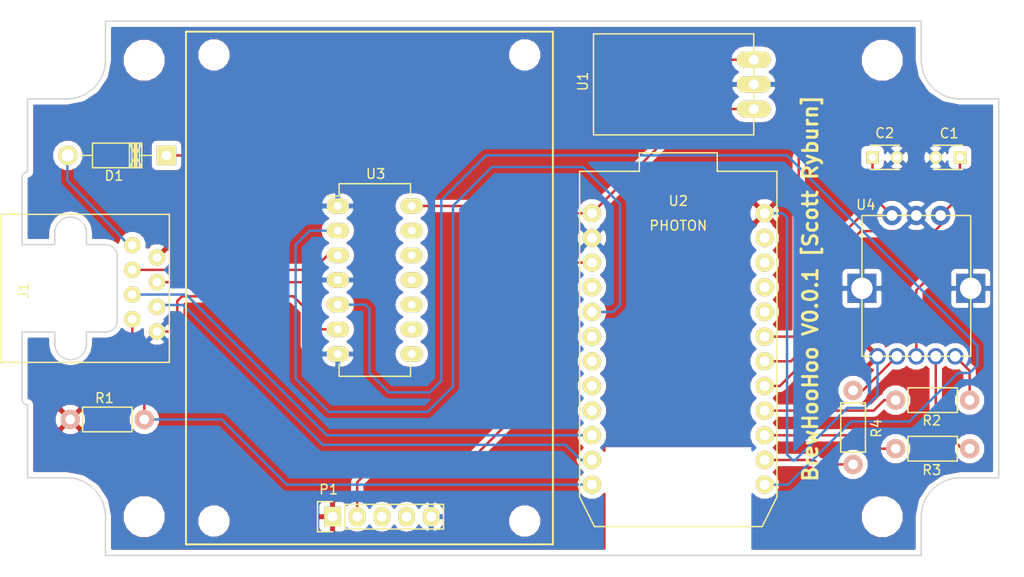
<source format=kicad_pcb>
(kicad_pcb (version 4) (host pcbnew 4.0.4+e1-6308~48~ubuntu16.04.1-stable)

  (general
    (links 39)
    (no_connects 1)
    (area 93.905999 74.8 199.600001 134.200001)
    (thickness 1.6)
    (drawings 41)
    (tracks 139)
    (zones 0)
    (modules 21)
    (nets 39)
  )

  (page A4)
  (layers
    (0 F.Cu signal)
    (31 B.Cu signal)
    (32 B.Adhes user)
    (33 F.Adhes user)
    (34 B.Paste user)
    (35 F.Paste user)
    (36 B.SilkS user)
    (37 F.SilkS user)
    (38 B.Mask user)
    (39 F.Mask user)
    (40 Dwgs.User user)
    (41 Cmts.User user)
    (42 Eco1.User user)
    (43 Eco2.User user)
    (44 Edge.Cuts user)
    (45 Margin user)
    (46 B.CrtYd user)
    (47 F.CrtYd user)
    (48 B.Fab user)
    (49 F.Fab user)
  )

  (setup
    (last_trace_width 0.254)
    (trace_clearance 0.254)
    (zone_clearance 0.508)
    (zone_45_only yes)
    (trace_min 0.1524)
    (segment_width 0.2)
    (edge_width 0.15)
    (via_size 0.6858)
    (via_drill 0.3302)
    (via_min_size 0.6858)
    (via_min_drill 0.3302)
    (uvia_size 0.3)
    (uvia_drill 0.1)
    (uvias_allowed no)
    (uvia_min_size 0)
    (uvia_min_drill 0)
    (pcb_text_width 0.3)
    (pcb_text_size 1.5 1.5)
    (mod_edge_width 0.15)
    (mod_text_size 1 1)
    (mod_text_width 0.15)
    (pad_size 3.2 3.2)
    (pad_drill 3.2)
    (pad_to_mask_clearance 0.2)
    (aux_axis_origin 0 0)
    (visible_elements FFFFFF7F)
    (pcbplotparams
      (layerselection 0x010f0_80000001)
      (usegerberextensions false)
      (excludeedgelayer true)
      (linewidth 0.100000)
      (plotframeref false)
      (viasonmask false)
      (mode 1)
      (useauxorigin false)
      (hpglpennumber 1)
      (hpglpenspeed 20)
      (hpglpendiameter 15)
      (hpglpenoverlay 2)
      (psnegative false)
      (psa4output false)
      (plotreference true)
      (plotvalue false)
      (plotinvisibletext false)
      (padsonsilk false)
      (subtractmaskfromsilk true)
      (outputformat 1)
      (mirror false)
      (drillshape 0)
      (scaleselection 1)
      (outputdirectory GERBERS/))
  )

  (net 0 "")
  (net 1 "Net-(C1-Pad1)")
  (net 2 GND)
  (net 3 +5V)
  (net 4 +12V)
  (net 5 /Pump1)
  (net 6 /Pump2)
  (net 7 /Element1)
  (net 8 /Element2)
  (net 9 /Temperature)
  (net 10 +3V3)
  (net 11 "Net-(P1-Pad2)")
  (net 12 "Net-(P1-Pad3)")
  (net 13 "Net-(P1-Pad4)")
  (net 14 "Net-(R2-Pad1)")
  (net 15 "Net-(R2-Pad2)")
  (net 16 "Net-(R3-Pad1)")
  (net 17 "Net-(R3-Pad2)")
  (net 18 "Net-(R4-Pad1)")
  (net 19 "Net-(R4-Pad2)")
  (net 20 "Net-(U2-Pad4)")
  (net 21 "Net-(U2-Pad5)")
  (net 22 "Net-(U2-Pad6)")
  (net 23 "Net-(U2-Pad7)")
  (net 24 "Net-(U2-Pad8)")
  (net 25 "Net-(U2-Pad9)")
  (net 26 "Net-(U2-Pad23)")
  (net 27 "Net-(U2-Pad22)")
  (net 28 "Net-(U2-Pad20)")
  (net 29 "Net-(U2-Pad19)")
  (net 30 "Net-(U2-Pad13)")
  (net 31 "Net-(U3-Pad8)")
  (net 32 "Net-(U3-Pad9)")
  (net 33 "Net-(U3-Pad10)")
  (net 34 "Net-(U3-Pad11)")
  (net 35 "Net-(U3-Pad12)")
  (net 36 "Net-(U3-Pad13)")
  (net 37 "Net-(D1-Pad1)")
  (net 38 "Net-(C2-Pad1)")

  (net_class Default "This is the default net class."
    (clearance 0.254)
    (trace_width 0.254)
    (via_dia 0.6858)
    (via_drill 0.3302)
    (uvia_dia 0.3)
    (uvia_drill 0.1)
    (add_net +12V)
    (add_net +3V3)
    (add_net +5V)
    (add_net /Element1)
    (add_net /Element2)
    (add_net /Pump1)
    (add_net /Pump2)
    (add_net /Temperature)
    (add_net GND)
    (add_net "Net-(C1-Pad1)")
    (add_net "Net-(C2-Pad1)")
    (add_net "Net-(D1-Pad1)")
    (add_net "Net-(P1-Pad2)")
    (add_net "Net-(P1-Pad3)")
    (add_net "Net-(P1-Pad4)")
    (add_net "Net-(R2-Pad1)")
    (add_net "Net-(R2-Pad2)")
    (add_net "Net-(R3-Pad1)")
    (add_net "Net-(R3-Pad2)")
    (add_net "Net-(R4-Pad1)")
    (add_net "Net-(R4-Pad2)")
    (add_net "Net-(U2-Pad13)")
    (add_net "Net-(U2-Pad19)")
    (add_net "Net-(U2-Pad20)")
    (add_net "Net-(U2-Pad22)")
    (add_net "Net-(U2-Pad23)")
    (add_net "Net-(U2-Pad4)")
    (add_net "Net-(U2-Pad5)")
    (add_net "Net-(U2-Pad6)")
    (add_net "Net-(U2-Pad7)")
    (add_net "Net-(U2-Pad8)")
    (add_net "Net-(U2-Pad9)")
    (add_net "Net-(U3-Pad10)")
    (add_net "Net-(U3-Pad11)")
    (add_net "Net-(U3-Pad12)")
    (add_net "Net-(U3-Pad13)")
    (add_net "Net-(U3-Pad8)")
    (add_net "Net-(U3-Pad9)")
  )

  (module brewbot:RJ45_cA121601-ND_slim (layer F.Cu) (tedit 57FC8E63) (tstamp 57FC90C9)
    (at 111.66 112.18 270)
    (tags RJ45)
    (path /57CC17C5)
    (fp_text reference J1 (at -7.436 15.051 270) (layer F.SilkS)
      (effects (font (size 1 1) (thickness 0.15)))
    )
    (fp_text value RJ45 (at -7.54776 10.1234 270) (layer F.Fab)
      (effects (font (size 1 1) (thickness 0.15)))
    )
    (fp_line (start -15.3 17.425) (end -0.075 17.425) (layer F.SilkS) (width 0.15))
    (fp_line (start -0.07 17.4) (end -0.07 0.065) (layer F.SilkS) (width 0.15))
    (fp_line (start -0.07 0.065) (end -15.31 0.065) (layer F.SilkS) (width 0.15))
    (fp_line (start -15.31 0.065) (end -15.31 17.4) (layer F.SilkS) (width 0.15))
    (pad 1 thru_hole circle (at -12.135 3.875 270) (size 1.7 1.7) (drill 0.89) (layers *.Cu *.Mask F.SilkS)
      (net 4 +12V))
    (pad 2 thru_hole circle (at -10.865 1.335 270) (size 1.7 1.7) (drill 0.89) (layers *.Cu *.Mask F.SilkS)
      (net 10 +3V3))
    (pad 3 thru_hole circle (at -9.595 3.875 270) (size 1.7 1.7) (drill 0.89) (layers *.Cu *.Mask F.SilkS)
      (net 5 /Pump1))
    (pad 4 thru_hole circle (at -8.325 1.335 270) (size 1.7 1.7) (drill 0.89) (layers *.Cu *.Mask F.SilkS)
      (net 6 /Pump2))
    (pad 5 thru_hole circle (at -7.055 3.875 270) (size 1.7 1.7) (drill 0.89) (layers *.Cu *.Mask F.SilkS)
      (net 8 /Element2))
    (pad 6 thru_hole circle (at -5.785 1.335 270) (size 1.7 1.7) (drill 0.89) (layers *.Cu *.Mask F.SilkS)
      (net 7 /Element1))
    (pad 7 thru_hole circle (at -4.515 3.875 270) (size 1.7 1.7) (drill 0.89) (layers *.Cu *.Mask F.SilkS)
      (net 9 /Temperature))
    (pad 8 thru_hole circle (at -3.245 1.335 270) (size 1.7 1.7) (drill 0.89) (layers *.Cu *.Mask F.SilkS)
      (net 2 GND))
    (model Connect.3dshapes/RJ45_8.wrl
      (at (xyz 0 0 0))
      (scale (xyz 0.4 0.4 0.4))
      (rotate (xyz 0 0 0))
    )
  )

  (module particle:photon (layer F.Cu) (tedit 57DE3C81) (tstamp 57CD3A77)
    (at 164 112)
    (path /57C93E38)
    (fp_text reference U2 (at 0 -16.51) (layer F.SilkS)
      (effects (font (size 1 1) (thickness 0.15)))
    )
    (fp_text value PHOTON (at 0 -13.97) (layer F.SilkS)
      (effects (font (size 1 1) (thickness 0.15)))
    )
    (fp_text user "all layers" (at 0 19.05) (layer Cmts.User) hide
      (effects (font (size 1 1) (thickness 0.15)))
    )
    (fp_text user "recommended on" (at 0 16.51) (layer Cmts.User) hide
      (effects (font (size 1 1) (thickness 0.15)))
    )
    (fp_text user "signal keep out" (at 0 13.97) (layer Cmts.User) hide
      (effects (font (size 1 1) (thickness 0.15)))
    )
    (fp_text user "ground plane and" (at 0 11.43) (layer Cmts.User) hide
      (effects (font (size 1 1) (thickness 0.15)))
    )
    (fp_line (start 6.35 21.59) (end 7.62 21.59) (layer Dwgs.User) (width 0.15))
    (fp_line (start 7.62 21.59) (end 7.62 8.89) (layer Dwgs.User) (width 0.15))
    (fp_line (start 7.62 8.89) (end -7.62 8.89) (layer Dwgs.User) (width 0.15))
    (fp_line (start 6.35 21.59) (end -7.62 21.59) (layer Dwgs.User) (width 0.15))
    (fp_line (start -7.62 21.59) (end -7.62 8.89) (layer Dwgs.User) (width 0.15))
    (fp_line (start 10.16 13.97) (end 8.636 17.018) (layer F.SilkS) (width 0.15))
    (fp_line (start -10.16 13.97) (end -8.636 17.018) (layer F.SilkS) (width 0.15))
    (fp_line (start -8.636 17.018) (end 8.636 17.018) (layer F.SilkS) (width 0.15))
    (fp_line (start 10.16 -19.558) (end 10.16 13.97) (layer F.SilkS) (width 0.15))
    (fp_line (start -10.16 -19.558) (end -10.16 13.97) (layer F.SilkS) (width 0.15))
    (fp_line (start 4.0132 -19.558) (end 10.16 -19.558) (layer F.SilkS) (width 0.15))
    (fp_line (start -4.0132 -19.558) (end -10.16 -19.558) (layer F.SilkS) (width 0.15))
    (fp_line (start -4.0132 -21.463) (end -4.0132 -19.558) (layer F.SilkS) (width 0.15))
    (fp_line (start 4.0132 -21.463) (end 4.0132 -19.558) (layer F.SilkS) (width 0.15))
    (fp_line (start -4.0132 -21.463) (end 4.0132 -21.463) (layer F.SilkS) (width 0.15))
    (pad 1 thru_hole circle (at -8.89 -15.24) (size 1.9 1.9) (drill 1.02) (layers *.Cu *.Mask F.SilkS)
      (net 3 +5V))
    (pad 2 thru_hole circle (at -8.89 -12.7) (size 1.9 1.9) (drill 1.02) (layers *.Cu *.Mask F.SilkS)
      (net 2 GND))
    (pad 3 thru_hole circle (at -8.89 -10.16) (size 1.9 1.9) (drill 1.02) (layers *.Cu *.Mask F.SilkS)
      (net 11 "Net-(P1-Pad2)"))
    (pad 4 thru_hole circle (at -8.89 -7.62) (size 1.9 1.9) (drill 1.02) (layers *.Cu *.Mask F.SilkS)
      (net 20 "Net-(U2-Pad4)"))
    (pad 5 thru_hole circle (at -8.89 -5.08) (size 1.9 1.9) (drill 1.02) (layers *.Cu *.Mask F.SilkS)
      (net 21 "Net-(U2-Pad5)"))
    (pad 6 thru_hole circle (at -8.89 -2.54) (size 1.9 1.9) (drill 1.02) (layers *.Cu *.Mask F.SilkS)
      (net 22 "Net-(U2-Pad6)"))
    (pad 7 thru_hole circle (at -8.89 0) (size 1.9 1.9) (drill 1.02) (layers *.Cu *.Mask F.SilkS)
      (net 23 "Net-(U2-Pad7)"))
    (pad 8 thru_hole circle (at -8.89 2.54) (size 1.9 1.9) (drill 1.02) (layers *.Cu *.Mask F.SilkS)
      (net 24 "Net-(U2-Pad8)"))
    (pad 9 thru_hole circle (at -8.89 5.08) (size 1.9 1.9) (drill 1.02) (layers *.Cu *.Mask F.SilkS)
      (net 25 "Net-(U2-Pad9)"))
    (pad 10 thru_hole circle (at -8.89 7.62) (size 1.9 1.9) (drill 1.02) (layers *.Cu *.Mask F.SilkS)
      (net 8 /Element2))
    (pad 11 thru_hole circle (at -8.89 10.16) (size 1.9 1.9) (drill 1.02) (layers *.Cu *.Mask F.SilkS)
      (net 7 /Element1))
    (pad 12 thru_hole circle (at -8.89 12.7) (size 1.9 1.9) (drill 1.02) (layers *.Cu *.Mask F.SilkS)
      (net 9 /Temperature))
    (pad 24 thru_hole circle (at 8.89 -15.24) (size 1.9 1.9) (drill 1.02) (layers *.Cu *.Mask F.SilkS)
      (net 10 +3V3))
    (pad 23 thru_hole circle (at 8.89 -12.7) (size 1.9 1.9) (drill 1.02) (layers *.Cu *.Mask F.SilkS)
      (net 26 "Net-(U2-Pad23)"))
    (pad 22 thru_hole circle (at 8.89 -10.16) (size 1.9 1.9) (drill 1.02) (layers *.Cu *.Mask F.SilkS)
      (net 27 "Net-(U2-Pad22)"))
    (pad 21 thru_hole circle (at 8.89 -7.62) (size 1.9 1.9) (drill 1.02) (layers *.Cu *.Mask F.SilkS))
    (pad 20 thru_hole circle (at 8.89 -5.08) (size 1.9 1.9) (drill 1.02) (layers *.Cu *.Mask F.SilkS)
      (net 28 "Net-(U2-Pad20)"))
    (pad 19 thru_hole circle (at 8.89 -2.54) (size 1.9 1.9) (drill 1.02) (layers *.Cu *.Mask F.SilkS)
      (net 29 "Net-(U2-Pad19)"))
    (pad 18 thru_hole circle (at 8.89 0) (size 1.9 1.9) (drill 1.02) (layers *.Cu *.Mask F.SilkS)
      (net 38 "Net-(C2-Pad1)"))
    (pad 17 thru_hole circle (at 8.89 2.54) (size 1.9 1.9) (drill 1.02) (layers *.Cu *.Mask F.SilkS)
      (net 1 "Net-(C1-Pad1)"))
    (pad 16 thru_hole circle (at 8.89 5.08) (size 1.9 1.9) (drill 1.02) (layers *.Cu *.Mask F.SilkS)
      (net 15 "Net-(R2-Pad2)"))
    (pad 15 thru_hole circle (at 8.89 7.62) (size 1.9 1.9) (drill 1.02) (layers *.Cu *.Mask F.SilkS)
      (net 17 "Net-(R3-Pad2)"))
    (pad 14 thru_hole circle (at 8.89 10.16) (size 1.9 1.9) (drill 1.02) (layers *.Cu *.Mask F.SilkS)
      (net 19 "Net-(R4-Pad2)"))
    (pad 13 thru_hole circle (at 8.89 12.7) (size 1.9 1.9) (drill 1.02) (layers *.Cu *.Mask F.SilkS)
      (net 30 "Net-(U2-Pad13)"))
  )

  (module Capacitors_ThroughHole:C_Disc_D3_P2.5 (layer F.Cu) (tedit 5802C070) (tstamp 57CD3A0D)
    (at 193 91 180)
    (descr "Capacitor 3mm Disc, Pitch 2.5mm")
    (tags Capacitor)
    (path /57CB6670)
    (fp_text reference C1 (at 1.11 2.47 180) (layer F.SilkS)
      (effects (font (size 1 1) (thickness 0.15)))
    )
    (fp_text value 0.1uf (at 1.2 -2.6 180) (layer F.Fab)
      (effects (font (size 1 1) (thickness 0.15)))
    )
    (fp_line (start -0.9 -1.5) (end 3.4 -1.5) (layer F.CrtYd) (width 0.05))
    (fp_line (start 3.4 -1.5) (end 3.4 1.5) (layer F.CrtYd) (width 0.05))
    (fp_line (start 3.4 1.5) (end -0.9 1.5) (layer F.CrtYd) (width 0.05))
    (fp_line (start -0.9 1.5) (end -0.9 -1.5) (layer F.CrtYd) (width 0.05))
    (fp_line (start -0.25 -1.25) (end 2.75 -1.25) (layer F.SilkS) (width 0.15))
    (fp_line (start 2.75 1.25) (end -0.25 1.25) (layer F.SilkS) (width 0.15))
    (pad 1 thru_hole rect (at 0 0 180) (size 1.3 1.3) (drill 0.8) (layers *.Cu *.Mask F.SilkS)
      (net 1 "Net-(C1-Pad1)"))
    (pad 2 thru_hole circle (at 2.5 0 180) (size 1.3 1.3) (drill 0.8001) (layers *.Cu *.Mask F.SilkS)
      (net 2 GND))
    (model Capacitors_ThroughHole.3dshapes/C_Disc_D3_P2.5.wrl
      (at (xyz 0.0492126 0 0))
      (scale (xyz 1 1 1))
      (rotate (xyz 0 0 0))
    )
  )

  (module Capacitors_ThroughHole:C_Disc_D3_P2.5 (layer F.Cu) (tedit 0) (tstamp 57CD3A13)
    (at 184 91)
    (descr "Capacitor 3mm Disc, Pitch 2.5mm")
    (tags Capacitor)
    (path /57CB7082)
    (fp_text reference C2 (at 1.25 -2.5) (layer F.SilkS)
      (effects (font (size 1 1) (thickness 0.15)))
    )
    (fp_text value 0.1uf (at 1.25 2.5) (layer F.Fab)
      (effects (font (size 1 1) (thickness 0.15)))
    )
    (fp_line (start -0.9 -1.5) (end 3.4 -1.5) (layer F.CrtYd) (width 0.05))
    (fp_line (start 3.4 -1.5) (end 3.4 1.5) (layer F.CrtYd) (width 0.05))
    (fp_line (start 3.4 1.5) (end -0.9 1.5) (layer F.CrtYd) (width 0.05))
    (fp_line (start -0.9 1.5) (end -0.9 -1.5) (layer F.CrtYd) (width 0.05))
    (fp_line (start -0.25 -1.25) (end 2.75 -1.25) (layer F.SilkS) (width 0.15))
    (fp_line (start 2.75 1.25) (end -0.25 1.25) (layer F.SilkS) (width 0.15))
    (pad 1 thru_hole rect (at 0 0) (size 1.3 1.3) (drill 0.8) (layers *.Cu *.Mask F.SilkS)
      (net 38 "Net-(C2-Pad1)"))
    (pad 2 thru_hole circle (at 2.5 0) (size 1.3 1.3) (drill 0.8001) (layers *.Cu *.Mask F.SilkS)
      (net 2 GND))
    (model Capacitors_ThroughHole.3dshapes/C_Disc_D3_P2.5.wrl
      (at (xyz 0.0492126 0 0))
      (scale (xyz 1 1 1))
      (rotate (xyz 0 0 0))
    )
  )

  (module Diodes_ThroughHole:Diode_DO-41_SOD81_Horizontal_RM10 (layer F.Cu) (tedit 57DD2C91) (tstamp 57CD3A25)
    (at 111.3 90.8 180)
    (descr "Diode, DO-41, SOD81, Horizontal, RM 10mm,")
    (tags "Diode, DO-41, SOD81, Horizontal, RM 10mm, 1N4007, SB140,")
    (path /57CC59AB)
    (fp_text reference D1 (at 5.4 -2.1 180) (layer F.SilkS)
      (effects (font (size 1 1) (thickness 0.15)))
    )
    (fp_text value 1N4007 (at 4.37134 -3.55854 180) (layer F.Fab)
      (effects (font (size 1 1) (thickness 0.15)))
    )
    (fp_line (start 7.62 -0.00254) (end 8.636 -0.00254) (layer F.SilkS) (width 0.15))
    (fp_line (start 2.794 -0.00254) (end 1.524 -0.00254) (layer F.SilkS) (width 0.15))
    (fp_line (start 3.048 -1.27254) (end 3.048 1.26746) (layer F.SilkS) (width 0.15))
    (fp_line (start 3.302 -1.27254) (end 3.302 1.26746) (layer F.SilkS) (width 0.15))
    (fp_line (start 3.556 -1.27254) (end 3.556 1.26746) (layer F.SilkS) (width 0.15))
    (fp_line (start 2.794 -1.27254) (end 2.794 1.26746) (layer F.SilkS) (width 0.15))
    (fp_line (start 3.81 -1.27254) (end 2.54 1.26746) (layer F.SilkS) (width 0.15))
    (fp_line (start 2.54 -1.27254) (end 3.81 1.26746) (layer F.SilkS) (width 0.15))
    (fp_line (start 3.81 -1.27254) (end 3.81 1.26746) (layer F.SilkS) (width 0.15))
    (fp_line (start 3.175 -1.27254) (end 3.175 1.26746) (layer F.SilkS) (width 0.15))
    (fp_line (start 2.54 1.26746) (end 2.54 -1.27254) (layer F.SilkS) (width 0.15))
    (fp_line (start 2.54 -1.27254) (end 7.62 -1.27254) (layer F.SilkS) (width 0.15))
    (fp_line (start 7.62 -1.27254) (end 7.62 1.26746) (layer F.SilkS) (width 0.15))
    (fp_line (start 7.62 1.26746) (end 2.54 1.26746) (layer F.SilkS) (width 0.15))
    (pad 2 thru_hole circle (at 10.16 -0.00254) (size 1.99898 1.99898) (drill 1.27) (layers *.Cu *.Mask F.SilkS)
      (net 4 +12V))
    (pad 1 thru_hole rect (at 0 -0.00254) (size 1.99898 1.99898) (drill 1.00076) (layers *.Cu *.Mask F.SilkS)
      (net 37 "Net-(D1-Pad1)"))
  )

  (module Pin_Headers:Pin_Header_Straight_1x05 (layer F.Cu) (tedit 57DD2C7E) (tstamp 57CD3A3C)
    (at 128.4 128 90)
    (descr "Through hole pin header")
    (tags "pin header")
    (path /57CC2C4A)
    (fp_text reference P1 (at 2.8 -0.4 180) (layer F.SilkS)
      (effects (font (size 1 1) (thickness 0.15)))
    )
    (fp_text value CONN_01X05 (at 0 -3.1 90) (layer F.Fab)
      (effects (font (size 1 1) (thickness 0.15)))
    )
    (fp_line (start -1.55 0) (end -1.55 -1.55) (layer F.SilkS) (width 0.15))
    (fp_line (start -1.55 -1.55) (end 1.55 -1.55) (layer F.SilkS) (width 0.15))
    (fp_line (start 1.55 -1.55) (end 1.55 0) (layer F.SilkS) (width 0.15))
    (fp_line (start -1.75 -1.75) (end -1.75 11.95) (layer F.CrtYd) (width 0.05))
    (fp_line (start 1.75 -1.75) (end 1.75 11.95) (layer F.CrtYd) (width 0.05))
    (fp_line (start -1.75 -1.75) (end 1.75 -1.75) (layer F.CrtYd) (width 0.05))
    (fp_line (start -1.75 11.95) (end 1.75 11.95) (layer F.CrtYd) (width 0.05))
    (fp_line (start 1.27 1.27) (end 1.27 11.43) (layer F.SilkS) (width 0.15))
    (fp_line (start 1.27 11.43) (end -1.27 11.43) (layer F.SilkS) (width 0.15))
    (fp_line (start -1.27 11.43) (end -1.27 1.27) (layer F.SilkS) (width 0.15))
    (fp_line (start 1.27 1.27) (end -1.27 1.27) (layer F.SilkS) (width 0.15))
    (pad 1 thru_hole rect (at 0 0 90) (size 2.032 1.7272) (drill 1.016) (layers *.Cu *.Mask F.SilkS)
      (net 10 +3V3))
    (pad 2 thru_hole oval (at 0 2.54 90) (size 2.032 1.7272) (drill 1.016) (layers *.Cu *.Mask F.SilkS)
      (net 11 "Net-(P1-Pad2)"))
    (pad 3 thru_hole oval (at 0 5.08 90) (size 2.032 1.7272) (drill 1.016) (layers *.Cu *.Mask F.SilkS)
      (net 12 "Net-(P1-Pad3)"))
    (pad 4 thru_hole oval (at 0 7.62 90) (size 2.032 1.7272) (drill 1.016) (layers *.Cu *.Mask F.SilkS)
      (net 13 "Net-(P1-Pad4)"))
    (pad 5 thru_hole oval (at 0 10.16 90) (size 2.032 1.7272) (drill 1.016) (layers *.Cu *.Mask F.SilkS)
      (net 2 GND))
    (model Pin_Headers.3dshapes/Pin_Header_Straight_1x05.wrl
      (at (xyz 0 -0.2 0))
      (scale (xyz 1 1 1))
      (rotate (xyz 0 0 90))
    )
  )

  (module Housings_DIP:DIP-14_W7.62mm_LongPads (layer F.Cu) (tedit 57DD2C8B) (tstamp 57CD3A89)
    (at 128.94 96.01)
    (descr "14-lead dip package, row spacing 7.62 mm (300 mils), longer pads")
    (tags "dil dip 2.54 300")
    (path /57C94177)
    (fp_text reference U3 (at 3.9 -3.3) (layer F.SilkS)
      (effects (font (size 1 1) (thickness 0.15)))
    )
    (fp_text value 74AHC125 (at 0 -3.72) (layer F.Fab)
      (effects (font (size 1 1) (thickness 0.15)))
    )
    (fp_line (start -1.4 -2.45) (end -1.4 17.7) (layer F.CrtYd) (width 0.05))
    (fp_line (start 9 -2.45) (end 9 17.7) (layer F.CrtYd) (width 0.05))
    (fp_line (start -1.4 -2.45) (end 9 -2.45) (layer F.CrtYd) (width 0.05))
    (fp_line (start -1.4 17.7) (end 9 17.7) (layer F.CrtYd) (width 0.05))
    (fp_line (start 0.135 -2.295) (end 0.135 -1.025) (layer F.SilkS) (width 0.15))
    (fp_line (start 7.485 -2.295) (end 7.485 -1.025) (layer F.SilkS) (width 0.15))
    (fp_line (start 7.485 17.535) (end 7.485 16.265) (layer F.SilkS) (width 0.15))
    (fp_line (start 0.135 17.535) (end 0.135 16.265) (layer F.SilkS) (width 0.15))
    (fp_line (start 0.135 -2.295) (end 7.485 -2.295) (layer F.SilkS) (width 0.15))
    (fp_line (start 0.135 17.535) (end 7.485 17.535) (layer F.SilkS) (width 0.15))
    (fp_line (start 0.135 -1.025) (end -1.15 -1.025) (layer F.SilkS) (width 0.15))
    (pad 1 thru_hole oval (at 0 0) (size 2.3 1.6) (drill 0.8) (layers *.Cu *.Mask F.SilkS)
      (net 2 GND))
    (pad 2 thru_hole oval (at 0 2.54) (size 2.3 1.6) (drill 0.8) (layers *.Cu *.Mask F.SilkS)
      (net 21 "Net-(U2-Pad5)"))
    (pad 3 thru_hole oval (at 0 5.08) (size 2.3 1.6) (drill 0.8) (layers *.Cu *.Mask F.SilkS)
      (net 5 /Pump1))
    (pad 4 thru_hole oval (at 0 7.62) (size 2.3 1.6) (drill 0.8) (layers *.Cu *.Mask F.SilkS)
      (net 2 GND))
    (pad 5 thru_hole oval (at 0 10.16) (size 2.3 1.6) (drill 0.8) (layers *.Cu *.Mask F.SilkS)
      (net 30 "Net-(U2-Pad13)"))
    (pad 6 thru_hole oval (at 0 12.7) (size 2.3 1.6) (drill 0.8) (layers *.Cu *.Mask F.SilkS)
      (net 6 /Pump2))
    (pad 7 thru_hole oval (at 0 15.24) (size 2.3 1.6) (drill 0.8) (layers *.Cu *.Mask F.SilkS)
      (net 2 GND))
    (pad 8 thru_hole oval (at 7.62 15.24) (size 2.3 1.6) (drill 0.8) (layers *.Cu *.Mask F.SilkS)
      (net 31 "Net-(U3-Pad8)"))
    (pad 9 thru_hole oval (at 7.62 12.7) (size 2.3 1.6) (drill 0.8) (layers *.Cu *.Mask F.SilkS)
      (net 32 "Net-(U3-Pad9)"))
    (pad 10 thru_hole oval (at 7.62 10.16) (size 2.3 1.6) (drill 0.8) (layers *.Cu *.Mask F.SilkS)
      (net 33 "Net-(U3-Pad10)"))
    (pad 11 thru_hole oval (at 7.62 7.62) (size 2.3 1.6) (drill 0.8) (layers *.Cu *.Mask F.SilkS)
      (net 34 "Net-(U3-Pad11)"))
    (pad 12 thru_hole oval (at 7.62 5.08) (size 2.3 1.6) (drill 0.8) (layers *.Cu *.Mask F.SilkS)
      (net 35 "Net-(U3-Pad12)"))
    (pad 13 thru_hole oval (at 7.62 2.54) (size 2.3 1.6) (drill 0.8) (layers *.Cu *.Mask F.SilkS)
      (net 36 "Net-(U3-Pad13)"))
    (pad 14 thru_hole oval (at 7.62 0) (size 2.3 1.6) (drill 0.8) (layers *.Cu *.Mask F.SilkS)
      (net 3 +5V))
    (model Housings_DIP.3dshapes/DIP-14_W7.62mm_LongPads.wrl
      (at (xyz 0 0 0))
      (scale (xyz 1 1 1))
      (rotate (xyz 0 0 0))
    )
  )

  (module brewbot:RGB_Encoder (layer F.Cu) (tedit 57DD2CA8) (tstamp 57CD3A97)
    (at 188.51 104.49 180)
    (path /57CB531F)
    (fp_text reference U4 (at 5.2 8.6 180) (layer F.SilkS)
      (effects (font (size 1 1) (thickness 0.15)))
    )
    (fp_text value RGBEnc (at -0.1 -9.2 180) (layer F.Fab)
      (effects (font (size 1 1) (thickness 0.15)))
    )
    (fp_line (start -5.5 -7) (end 5.5 -7) (layer F.SilkS) (width 0.15))
    (fp_line (start 5.6 -7) (end 5.6 7.5) (layer F.SilkS) (width 0.15))
    (fp_line (start 5.5 7.5) (end -5.5 7.5) (layer F.SilkS) (width 0.15))
    (fp_line (start -5.6 7.5) (end -5.6 -7) (layer F.SilkS) (width 0.15))
    (pad 7 thru_hole circle (at 0 7.5 180) (size 2 2) (drill 1.1) (layers *.Cu *.Mask)
      (net 2 GND))
    (pad 1 thru_hole circle (at -4 -7 180) (size 1.7 1.7) (drill 1.1) (layers *.Cu *.Mask)
      (net 14 "Net-(R2-Pad1)"))
    (pad 2 thru_hole circle (at -2 -7 180) (size 1.7 1.7) (drill 1.1) (layers *.Cu *.Mask)
      (net 16 "Net-(R3-Pad1)"))
    (pad 3 thru_hole circle (at 0 -7 180) (size 1.7 1.7) (drill 1.1) (layers *.Cu *.Mask)
      (net 29 "Net-(U2-Pad19)"))
    (pad 4 thru_hole circle (at 2 -7 180) (size 1.7 1.7) (drill 1.1) (layers *.Cu *.Mask)
      (net 18 "Net-(R4-Pad1)"))
    (pad 5 thru_hole circle (at 4 -7 180) (size 1.7 1.7) (drill 1.1) (layers *.Cu *.Mask)
      (net 10 +3V3))
    (pad 7 thru_hole rect (at 5.6 0 180) (size 3 3) (drill 2.2) (layers *.Cu *.Mask)
      (net 2 GND))
    (pad 7 thru_hole rect (at -5.6 0 180) (size 3 3) (drill 2.2) (layers *.Cu *.Mask)
      (net 2 GND))
    (pad 8 thru_hole circle (at 2.5 7.5 180) (size 2 2) (drill 1.1) (layers *.Cu *.Mask)
      (net 38 "Net-(C2-Pad1)"))
    (pad 6 thru_hole circle (at -2.5 7.5 180) (size 2 2) (drill 1.1) (layers *.Cu *.Mask)
      (net 1 "Net-(C1-Pad1)"))
  )

  (module Mounting_Holes:MountingHole_2.2mm_M2 (layer F.Cu) (tedit 57DE3C03) (tstamp 57CE8C7F)
    (at 116.19 80.45)
    (descr "Mounting Hole 2.2mm, no annular, M2")
    (tags "mounting hole 2.2mm no annular m2")
    (fp_text reference h1 (at 0 -3.2) (layer F.SilkS) hide
      (effects (font (size 1 1) (thickness 0.15)))
    )
    (fp_text value MountingHole_2.2mm_M2 (at 0 3.2) (layer F.Fab)
      (effects (font (size 1 1) (thickness 0.15)))
    )
    (fp_circle (center 0 0) (end 2.2 0) (layer Cmts.User) (width 0.15))
    (fp_circle (center 0 0) (end 2.45 0) (layer F.CrtYd) (width 0.05))
    (pad "" np_thru_hole circle (at 0 0) (size 2.2 2.2) (drill 2.2) (layers *.Cu *.Mask F.SilkS))
  )

  (module Mounting_Holes:MountingHole_2.2mm_M2 (layer F.Cu) (tedit 57DE3C08) (tstamp 57CE8CD3)
    (at 148.19 80.45)
    (descr "Mounting Hole 2.2mm, no annular, M2")
    (tags "mounting hole 2.2mm no annular m2")
    (fp_text reference h4 (at 0 -3.2) (layer F.SilkS) hide
      (effects (font (size 1 1) (thickness 0.15)))
    )
    (fp_text value MountingHole_2.2mm_M2 (at 0 3.2) (layer F.Fab)
      (effects (font (size 1 1) (thickness 0.15)))
    )
    (fp_circle (center 0 0) (end 2.2 0) (layer Cmts.User) (width 0.15))
    (fp_circle (center 0 0) (end 2.45 0) (layer F.CrtYd) (width 0.05))
    (pad 1 np_thru_hole circle (at 0 0) (size 2.2 2.2) (drill 2.2) (layers *.Cu *.Mask F.SilkS))
  )

  (module Mounting_Holes:MountingHole_2.2mm_M2 (layer F.Cu) (tedit 57DE3C14) (tstamp 57CE8D01)
    (at 116.19 128.45)
    (descr "Mounting Hole 2.2mm, no annular, M2")
    (tags "mounting hole 2.2mm no annular m2")
    (fp_text reference h2 (at 0 -3.2) (layer F.SilkS) hide
      (effects (font (size 1 1) (thickness 0.15)))
    )
    (fp_text value MountingHole_2.2mm_M2 (at 0 3.2) (layer F.Fab)
      (effects (font (size 1 1) (thickness 0.15)))
    )
    (fp_circle (center 0 0) (end 2.2 0) (layer Cmts.User) (width 0.15))
    (fp_circle (center 0 0) (end 2.45 0) (layer F.CrtYd) (width 0.05))
    (pad 1 np_thru_hole circle (at 0 0) (size 2.2 2.2) (drill 2.2) (layers *.Cu *.Mask F.SilkS))
  )

  (module Mounting_Holes:MountingHole_2.2mm_M2 (layer F.Cu) (tedit 57DE3C0F) (tstamp 57CE8D0F)
    (at 148.19 128.45)
    (descr "Mounting Hole 2.2mm, no annular, M2")
    (tags "mounting hole 2.2mm no annular m2")
    (fp_text reference h3 (at 0 -3.2) (layer F.SilkS) hide
      (effects (font (size 1 1) (thickness 0.15)))
    )
    (fp_text value MountingHole_2.2mm_M2 (at 0 3.2) (layer F.Fab)
      (effects (font (size 1 1) (thickness 0.15)))
    )
    (fp_circle (center 0 0) (end 2.2 0) (layer Cmts.User) (width 0.15))
    (fp_circle (center 0 0) (end 2.45 0) (layer F.CrtYd) (width 0.05))
    (pad 1 np_thru_hole circle (at 0 0) (size 2.2 2.2) (drill 2.2) (layers *.Cu *.Mask F.SilkS))
  )

  (module Resistors_ThroughHole:Resistor_Horizontal_RM7mm (layer F.Cu) (tedit 57DD2CC7) (tstamp 57DD23A5)
    (at 109.02 117.99 180)
    (descr "Resistor, Axial,  RM 7.62mm, 1/3W,")
    (tags "Resistor Axial RM 7.62mm 1/3W R3")
    (path /57CB924A)
    (fp_text reference R1 (at 4.1 2.2 180) (layer F.SilkS)
      (effects (font (size 1 1) (thickness 0.15)))
    )
    (fp_text value 4.7k (at 3.81 3.81 180) (layer F.Fab)
      (effects (font (size 1 1) (thickness 0.15)))
    )
    (fp_line (start -1.25 -1.5) (end 8.85 -1.5) (layer F.CrtYd) (width 0.05))
    (fp_line (start -1.25 1.5) (end -1.25 -1.5) (layer F.CrtYd) (width 0.05))
    (fp_line (start 8.85 -1.5) (end 8.85 1.5) (layer F.CrtYd) (width 0.05))
    (fp_line (start -1.25 1.5) (end 8.85 1.5) (layer F.CrtYd) (width 0.05))
    (fp_line (start 1.27 -1.27) (end 6.35 -1.27) (layer F.SilkS) (width 0.15))
    (fp_line (start 6.35 -1.27) (end 6.35 1.27) (layer F.SilkS) (width 0.15))
    (fp_line (start 6.35 1.27) (end 1.27 1.27) (layer F.SilkS) (width 0.15))
    (fp_line (start 1.27 1.27) (end 1.27 -1.27) (layer F.SilkS) (width 0.15))
    (pad 1 thru_hole circle (at 0 0 180) (size 1.99898 1.99898) (drill 1.00076) (layers *.Cu *.SilkS *.Mask)
      (net 9 /Temperature))
    (pad 2 thru_hole circle (at 7.62 0 180) (size 1.99898 1.99898) (drill 1.00076) (layers *.Cu *.SilkS *.Mask)
      (net 10 +3V3))
  )

  (module Resistors_ThroughHole:Resistor_Horizontal_RM7mm (layer F.Cu) (tedit 57DD2CB4) (tstamp 57DD23AA)
    (at 194 116 180)
    (descr "Resistor, Axial,  RM 7.62mm, 1/3W,")
    (tags "Resistor Axial RM 7.62mm 1/3W R3")
    (path /57CB5847)
    (fp_text reference R2 (at 3.9 -2.1 180) (layer F.SilkS)
      (effects (font (size 1 1) (thickness 0.15)))
    )
    (fp_text value 56 (at 3.81 3.81 180) (layer F.Fab)
      (effects (font (size 1 1) (thickness 0.15)))
    )
    (fp_line (start -1.25 -1.5) (end 8.85 -1.5) (layer F.CrtYd) (width 0.05))
    (fp_line (start -1.25 1.5) (end -1.25 -1.5) (layer F.CrtYd) (width 0.05))
    (fp_line (start 8.85 -1.5) (end 8.85 1.5) (layer F.CrtYd) (width 0.05))
    (fp_line (start -1.25 1.5) (end 8.85 1.5) (layer F.CrtYd) (width 0.05))
    (fp_line (start 1.27 -1.27) (end 6.35 -1.27) (layer F.SilkS) (width 0.15))
    (fp_line (start 6.35 -1.27) (end 6.35 1.27) (layer F.SilkS) (width 0.15))
    (fp_line (start 6.35 1.27) (end 1.27 1.27) (layer F.SilkS) (width 0.15))
    (fp_line (start 1.27 1.27) (end 1.27 -1.27) (layer F.SilkS) (width 0.15))
    (pad 1 thru_hole circle (at 0 0 180) (size 1.99898 1.99898) (drill 1.00076) (layers *.Cu *.SilkS *.Mask)
      (net 14 "Net-(R2-Pad1)"))
    (pad 2 thru_hole circle (at 7.62 0 180) (size 1.99898 1.99898) (drill 1.00076) (layers *.Cu *.SilkS *.Mask)
      (net 15 "Net-(R2-Pad2)"))
  )

  (module Resistors_ThroughHole:Resistor_Horizontal_RM7mm (layer F.Cu) (tedit 57DD2CB7) (tstamp 57DD23AF)
    (at 194 121 180)
    (descr "Resistor, Axial,  RM 7.62mm, 1/3W,")
    (tags "Resistor Axial RM 7.62mm 1/3W R3")
    (path /57CB5920)
    (fp_text reference R3 (at 3.9 -2.2 180) (layer F.SilkS)
      (effects (font (size 1 1) (thickness 0.15)))
    )
    (fp_text value 1 (at 3.81 3.81 180) (layer F.Fab)
      (effects (font (size 1 1) (thickness 0.15)))
    )
    (fp_line (start -1.25 -1.5) (end 8.85 -1.5) (layer F.CrtYd) (width 0.05))
    (fp_line (start -1.25 1.5) (end -1.25 -1.5) (layer F.CrtYd) (width 0.05))
    (fp_line (start 8.85 -1.5) (end 8.85 1.5) (layer F.CrtYd) (width 0.05))
    (fp_line (start -1.25 1.5) (end 8.85 1.5) (layer F.CrtYd) (width 0.05))
    (fp_line (start 1.27 -1.27) (end 6.35 -1.27) (layer F.SilkS) (width 0.15))
    (fp_line (start 6.35 -1.27) (end 6.35 1.27) (layer F.SilkS) (width 0.15))
    (fp_line (start 6.35 1.27) (end 1.27 1.27) (layer F.SilkS) (width 0.15))
    (fp_line (start 1.27 1.27) (end 1.27 -1.27) (layer F.SilkS) (width 0.15))
    (pad 1 thru_hole circle (at 0 0 180) (size 1.99898 1.99898) (drill 1.00076) (layers *.Cu *.SilkS *.Mask)
      (net 16 "Net-(R3-Pad1)"))
    (pad 2 thru_hole circle (at 7.62 0 180) (size 1.99898 1.99898) (drill 1.00076) (layers *.Cu *.SilkS *.Mask)
      (net 17 "Net-(R3-Pad2)"))
  )

  (module Resistors_ThroughHole:Resistor_Horizontal_RM7mm (layer F.Cu) (tedit 57DD2CBA) (tstamp 57DD23B4)
    (at 182 115 270)
    (descr "Resistor, Axial,  RM 7.62mm, 1/3W,")
    (tags "Resistor Axial RM 7.62mm 1/3W R3")
    (path /57CB5949)
    (fp_text reference R4 (at 3.9 -2.4 270) (layer F.SilkS)
      (effects (font (size 1 1) (thickness 0.15)))
    )
    (fp_text value 1 (at 3.81 3.81 270) (layer F.Fab)
      (effects (font (size 1 1) (thickness 0.15)))
    )
    (fp_line (start -1.25 -1.5) (end 8.85 -1.5) (layer F.CrtYd) (width 0.05))
    (fp_line (start -1.25 1.5) (end -1.25 -1.5) (layer F.CrtYd) (width 0.05))
    (fp_line (start 8.85 -1.5) (end 8.85 1.5) (layer F.CrtYd) (width 0.05))
    (fp_line (start -1.25 1.5) (end 8.85 1.5) (layer F.CrtYd) (width 0.05))
    (fp_line (start 1.27 -1.27) (end 6.35 -1.27) (layer F.SilkS) (width 0.15))
    (fp_line (start 6.35 -1.27) (end 6.35 1.27) (layer F.SilkS) (width 0.15))
    (fp_line (start 6.35 1.27) (end 1.27 1.27) (layer F.SilkS) (width 0.15))
    (fp_line (start 1.27 1.27) (end 1.27 -1.27) (layer F.SilkS) (width 0.15))
    (pad 1 thru_hole circle (at 0 0 270) (size 1.99898 1.99898) (drill 1.00076) (layers *.Cu *.SilkS *.Mask)
      (net 18 "Net-(R4-Pad1)"))
    (pad 2 thru_hole circle (at 7.62 0 270) (size 1.99898 1.99898) (drill 1.00076) (layers *.Cu *.SilkS *.Mask)
      (net 19 "Net-(R4-Pad2)"))
  )

  (module brewbot:OKI-78SR-5-1.5-W36H-C (layer F.Cu) (tedit 57DE0F7B) (tstamp 57DE1180)
    (at 171.77 83.49 90)
    (descr "TO-220, Neutral, Horizontal, Large Pads,")
    (tags "TO-220, Neutral, Horizontal, Large Pads,")
    (path /57CD3490)
    (fp_text reference U1 (at 0.3 -17.6 90) (layer F.SilkS)
      (effects (font (size 1 1) (thickness 0.15)))
    )
    (fp_text value 7805 (at 0 2.9 90) (layer F.Fab)
      (effects (font (size 1 1) (thickness 0.15)))
    )
    (fp_line (start 0 0) (end 5.2 0) (layer F.SilkS) (width 0.15))
    (fp_line (start 5.2 0) (end 5.2 -16.5) (layer F.SilkS) (width 0.15))
    (fp_line (start 5.2 -16.5) (end -5.2 -16.5) (layer F.SilkS) (width 0.15))
    (fp_line (start -5.2 -16.5) (end -5.2 0) (layer F.SilkS) (width 0.15))
    (fp_line (start -5.2 0) (end 0 0) (layer F.SilkS) (width 0.15))
    (pad GND thru_hole oval (at 0 0 180) (size 3.50012 1.69926) (drill 1.00076) (layers *.Cu *.Mask F.SilkS)
      (net 2 GND))
    (pad VO thru_hole oval (at -2.54 0 180) (size 3.50012 1.69926) (drill 1.00076) (layers *.Cu *.Mask F.SilkS)
      (net 3 +5V))
    (pad VI thru_hole oval (at 2.54 0 180) (size 3.50012 1.69926) (drill 1.00076) (layers *.Cu *.Mask F.SilkS)
      (net 37 "Net-(D1-Pad1)"))
    (model TO_SOT_Packages_THT.3dshapes/TO-220_Neutral123_Horizontal_LargePads.wrl
      (at (xyz 0 0 0))
      (scale (xyz 0.3937 0.3937 0.3937))
      (rotate (xyz 0 0 0))
    )
  )

  (module Mounting_Holes:MountingHole_3.2mm_M3 (layer F.Cu) (tedit 58047094) (tstamp 5801B05E)
    (at 185 81)
    (descr "Mounting Hole 3.2mm, no annular, M3")
    (tags "mounting hole 3.2mm no annular m3")
    (fp_text reference REF** (at 0 -4.2) (layer F.SilkS) hide
      (effects (font (size 1 1) (thickness 0.15)))
    )
    (fp_text value MountingHole_3.2mm_M3 (at 0 4.2) (layer F.Fab)
      (effects (font (size 1 1) (thickness 0.15)))
    )
    (fp_circle (center 0 0) (end 3.2 0) (layer Cmts.User) (width 0.15))
    (fp_circle (center 0 0) (end 3.45 0) (layer F.CrtYd) (width 0.05))
    (pad 1 np_thru_hole circle (at 0 0) (size 3.2 3.2) (drill 3.2) (layers *.Cu *.Mask F.SilkS))
  )

  (module Mounting_Holes:MountingHole_3.2mm_M3 (layer F.Cu) (tedit 58047080) (tstamp 5801B065)
    (at 185 128)
    (descr "Mounting Hole 3.2mm, no annular, M3")
    (tags "mounting hole 3.2mm no annular m3")
    (fp_text reference REF** (at 0 -4.2) (layer F.SilkS) hide
      (effects (font (size 1 1) (thickness 0.15)))
    )
    (fp_text value MountingHole_3.2mm_M3 (at 0 4.2) (layer F.Fab)
      (effects (font (size 1 1) (thickness 0.15)))
    )
    (fp_circle (center 0 0) (end 3.2 0) (layer Cmts.User) (width 0.15))
    (fp_circle (center 0 0) (end 3.45 0) (layer F.CrtYd) (width 0.05))
    (pad 1 np_thru_hole circle (at 0 0) (size 3.2 3.2) (drill 3.2) (layers *.Cu *.Mask F.SilkS))
  )

  (module Mounting_Holes:MountingHole_3.2mm_M3 (layer F.Cu) (tedit 58047087) (tstamp 5801B06C)
    (at 109 128)
    (descr "Mounting Hole 3.2mm, no annular, M3")
    (tags "mounting hole 3.2mm no annular m3")
    (fp_text reference REF** (at 0 -4.2) (layer F.SilkS) hide
      (effects (font (size 1 1) (thickness 0.15)))
    )
    (fp_text value MountingHole_3.2mm_M3 (at 0 4.2) (layer F.Fab)
      (effects (font (size 1 1) (thickness 0.15)))
    )
    (fp_circle (center 0 0) (end 3.2 0) (layer Cmts.User) (width 0.15))
    (fp_circle (center 0 0) (end 3.45 0) (layer F.CrtYd) (width 0.05))
    (pad 1 np_thru_hole circle (at 0 0) (size 3.2 3.2) (drill 3.2) (layers *.Cu *.Mask F.SilkS))
  )

  (module Mounting_Holes:MountingHole_3.2mm_M3 (layer F.Cu) (tedit 5804708D) (tstamp 5801B073)
    (at 109 81)
    (descr "Mounting Hole 3.2mm, no annular, M3")
    (tags "mounting hole 3.2mm no annular m3")
    (fp_text reference REF** (at 0 -4.2) (layer F.SilkS) hide
      (effects (font (size 1 1) (thickness 0.15)))
    )
    (fp_text value MountingHole_3.2mm_M3 (at -5.19 4.79) (layer F.Fab)
      (effects (font (size 1 1) (thickness 0.15)))
    )
    (fp_circle (center 0 0) (end 3.2 0) (layer Cmts.User) (width 0.15))
    (fp_circle (center 0 0) (end 3.45 0) (layer F.CrtYd) (width 0.05))
    (pad 1 np_thru_hole circle (at 0 0) (size 3.2 3.2) (drill 3.2) (layers *.Cu *.Mask F.SilkS))
  )

  (gr_arc (start 97 93.07) (end 96.43 93.07) (angle 90) (layer Edge.Cuts) (width 0.15))
  (gr_line (start 103.06 99.99) (end 103.06 98.77) (angle 90) (layer Edge.Cuts) (width 0.15) (tstamp 5802B436))
  (gr_arc (start 101.44 98.77) (end 101.44 97.15) (angle 90) (layer Edge.Cuts) (width 0.15) (tstamp 5802B435))
  (gr_arc (start 101.42 98.77) (end 101.45 97.15) (angle -90) (layer Edge.Cuts) (width 0.15) (tstamp 5802B434))
  (gr_line (start 99.8 98.74) (end 99.8 99.99) (angle 90) (layer Edge.Cuts) (width 0.15) (tstamp 5802B433))
  (gr_line (start 105.05 99.99) (end 103.06 99.99) (angle 90) (layer Edge.Cuts) (width 0.15))
  (gr_arc (start 105.05 101.17) (end 105.05 99.99) (angle 90) (layer Edge.Cuts) (width 0.15))
  (gr_line (start 99.8 99.99) (end 96.43 99.99) (angle 90) (layer Edge.Cuts) (width 0.15))
  (gr_line (start 96.43 115.91) (end 96.43 108.99) (angle 90) (layer Edge.Cuts) (width 0.15))
  (gr_line (start 96.43 108.99) (end 99.8 108.99) (angle 90) (layer Edge.Cuts) (width 0.15))
  (gr_line (start 99.8 110.24) (end 99.8 108.99) (angle 90) (layer Edge.Cuts) (width 0.15))
  (gr_arc (start 101.42 110.21) (end 101.45 111.83) (angle 90) (layer Edge.Cuts) (width 0.15))
  (gr_arc (start 101.44 110.21) (end 101.44 111.83) (angle -90) (layer Edge.Cuts) (width 0.15) (tstamp 580188FD))
  (gr_line (start 101.01 123.99) (end 97 123.99) (angle 90) (layer Edge.Cuts) (width 0.15))
  (gr_line (start 97 123.99) (end 97 116.48) (angle 90) (layer Edge.Cuts) (width 0.15))
  (gr_line (start 196.99 123.99) (end 193.01 123.99) (angle 90) (layer Edge.Cuts) (width 0.15))
  (gr_line (start 196.99 84.98) (end 196.99 124) (angle 90) (layer Edge.Cuts) (width 0.15))
  (gr_line (start 193.02 84.98) (end 197 84.98) (angle 90) (layer Edge.Cuts) (width 0.15))
  (gr_line (start 97 84.99) (end 97 92.5) (angle 90) (layer Edge.Cuts) (width 0.15))
  (gr_line (start 97 84.99) (end 101.02 84.99) (angle 90) (layer Edge.Cuts) (width 0.15))
  (gr_line (start 96.43 93.07) (end 96.43 99.99) (angle 90) (layer Edge.Cuts) (width 0.15))
  (gr_arc (start 97 115.91) (end 97 116.48) (angle 90) (layer Edge.Cuts) (width 0.15))
  (gr_line (start 105.05 108.99) (end 103.06 108.99) (angle 90) (layer Edge.Cuts) (width 0.15) (tstamp 58018904))
  (gr_line (start 103.06 108.99) (end 103.06 110.21) (angle 90) (layer Edge.Cuts) (width 0.15) (tstamp 58018903))
  (gr_arc (start 105.05 107.81) (end 105.05 108.99) (angle -90) (layer Edge.Cuts) (width 0.15) (tstamp 580188FF))
  (gr_line (start 106.23 101.17) (end 106.23 107.81) (angle 90) (layer Edge.Cuts) (width 0.15))
  (gr_arc (start 193.02 80.99) (end 193.02 84.99) (angle 90) (layer Edge.Cuts) (width 0.15))
  (gr_arc (start 193.02 127.99) (end 189.02 127.99) (angle 90) (layer Edge.Cuts) (width 0.15))
  (gr_arc (start 101.02 127.99) (end 101.02 123.99) (angle 90) (layer Edge.Cuts) (width 0.15))
  (gr_arc (start 101.02 80.99) (end 105.02 80.99) (angle 90) (layer Edge.Cuts) (width 0.15))
  (gr_line (start 105.02 76.99) (end 105.02 80.99) (angle 90) (layer Edge.Cuts) (width 0.15))
  (gr_line (start 189.02 76.99) (end 189.02 80.99) (angle 90) (layer Edge.Cuts) (width 0.15))
  (gr_line (start 189.02 131.99) (end 189.02 127.99) (angle 90) (layer Edge.Cuts) (width 0.15))
  (gr_line (start 105.02 131.99) (end 105.02 127.99) (angle 90) (layer Edge.Cuts) (width 0.15))
  (gr_line (start 105.02 131.99) (end 189.02 131.99) (angle 90) (layer Edge.Cuts) (width 0.15) (tstamp 57FC9632))
  (gr_line (start 105.02 76.99) (end 189.02 76.99) (angle 90) (layer Edge.Cuts) (width 0.15))
  (gr_text "BrewHooHoo V0.0.1 [Scott Ryburn]" (at 177.6 104.5 90) (layer F.SilkS)
    (effects (font (size 1.5 1.5) (thickness 0.3)))
  )
  (gr_line (start 113.31 130.86) (end 113.31 78.06) (angle 90) (layer F.SilkS) (width 0.2))
  (gr_line (start 151.04 130.85) (end 113.31 130.85) (angle 90) (layer F.SilkS) (width 0.2))
  (gr_line (start 151.09 78.06) (end 151.09 130.86) (angle 90) (layer F.SilkS) (width 0.2))
  (gr_line (start 113.31 78.06) (end 151.04 78.06) (angle 90) (layer F.SilkS) (width 0.2))

  (segment (start 174.46 114.54) (end 172.89 114.54) (width 0.254) (layer F.Cu) (net 1) (tstamp 5801D0EC))
  (segment (start 178.4 110.6) (end 174.46 114.54) (width 0.254) (layer F.Cu) (net 1) (tstamp 5801D0EB))
  (segment (start 178.4 103) (end 178.4 110.6) (width 0.254) (layer F.Cu) (net 1) (tstamp 5801D0E4))
  (segment (start 182.8 98.6) (end 178.4 103) (width 0.254) (layer F.Cu) (net 1) (tstamp 5801D0E1))
  (segment (start 190.4 98.6) (end 182.8 98.6) (width 0.254) (layer F.Cu) (net 1) (tstamp 5801D0DC))
  (segment (start 191.01 97.99) (end 190.4 98.6) (width 0.254) (layer F.Cu) (net 1) (tstamp 5801D0DA))
  (segment (start 191.01 96.99) (end 191.01 97.99) (width 0.254) (layer F.Cu) (net 1))
  (segment (start 193 91) (end 193 95) (width 0.254) (layer F.Cu) (net 1))
  (segment (start 193 95) (end 191.01 96.99) (width 0.254) (layer F.Cu) (net 1) (tstamp 5801B5E9))
  (segment (start 110.325 108.935) (end 111.995 108.935) (width 0.254) (layer F.Cu) (net 2))
  (segment (start 126.61 111.25) (end 128.94 111.25) (width 0.254) (layer F.Cu) (net 2) (tstamp 5802C0B7))
  (segment (start 125.76 110.4) (end 126.61 111.25) (width 0.254) (layer F.Cu) (net 2) (tstamp 5802C0B6))
  (segment (start 125.76 106.71) (end 125.76 110.4) (width 0.254) (layer F.Cu) (net 2) (tstamp 5802C0B2))
  (segment (start 124.36 105.31) (end 125.76 106.71) (width 0.254) (layer F.Cu) (net 2) (tstamp 5802C0B0))
  (segment (start 112.9 105.31) (end 124.36 105.31) (width 0.254) (layer F.Cu) (net 2) (tstamp 5802C0AC))
  (segment (start 112.41 105.8) (end 112.9 105.31) (width 0.254) (layer F.Cu) (net 2) (tstamp 5802C0AA))
  (segment (start 112.41 108.52) (end 112.41 105.8) (width 0.254) (layer F.Cu) (net 2) (tstamp 5802C0A8))
  (segment (start 111.995 108.935) (end 112.41 108.52) (width 0.254) (layer F.Cu) (net 2) (tstamp 5802C0A7))
  (segment (start 171.77 86.03) (end 165.84 86.03) (width 0.254) (layer F.Cu) (net 3))
  (segment (start 165.84 86.03) (end 155.11 96.76) (width 0.254) (layer F.Cu) (net 3) (tstamp 5801B612))
  (segment (start 155.11 96.76) (end 148.76 96.76) (width 0.254) (layer F.Cu) (net 3))
  (segment (start 148.01 96.01) (end 136.56 96.01) (width 0.254) (layer F.Cu) (net 3) (tstamp 5801BB4A))
  (segment (start 148.76 96.76) (end 148.01 96.01) (width 0.254) (layer F.Cu) (net 3) (tstamp 5801BB46))
  (segment (start 107.57 99.695) (end 108.065 99.695) (width 0.254) (layer B.Cu) (net 4))
  (segment (start 107.785 100.045) (end 107.445 100.045) (width 0.254) (layer B.Cu) (net 4))
  (segment (start 107.445 100.045) (end 101.1 93.4) (width 0.254) (layer B.Cu) (net 4) (tstamp 5801C564))
  (segment (start 101.1 93.4) (end 101.1 90.6) (width 0.254) (layer B.Cu) (net 4) (tstamp 5801C566))
  (segment (start 101.1 90.6) (end 102.04 90.80254) (width 0.254) (layer B.Cu) (net 4) (tstamp 5801C56B))
  (segment (start 107.785 100.045) (end 107.785 99.41754) (width 0.254) (layer B.Cu) (net 4))
  (segment (start 107.785 102.585) (end 126.385 102.585) (width 0.254) (layer F.Cu) (net 5))
  (segment (start 126.385 102.585) (end 127.88 101.09) (width 0.254) (layer F.Cu) (net 5) (tstamp 5801CC7D))
  (segment (start 127.88 101.09) (end 128.94 101.09) (width 0.254) (layer F.Cu) (net 5) (tstamp 5801CC7F))
  (segment (start 128.94 108.71) (end 126.89 108.71) (width 0.254) (layer F.Cu) (net 6))
  (segment (start 126.055 103.855) (end 110.325 103.855) (width 0.254) (layer F.Cu) (net 6) (tstamp 5801CD24))
  (segment (start 126.6 104.4) (end 126.055 103.855) (width 0.254) (layer F.Cu) (net 6) (tstamp 5801CD20))
  (segment (start 126.6 108.42) (end 126.6 104.4) (width 0.254) (layer F.Cu) (net 6) (tstamp 5801CD1D))
  (segment (start 126.89 108.71) (end 126.6 108.42) (width 0.254) (layer F.Cu) (net 6) (tstamp 5801CD1C))
  (segment (start 110.36 103.82) (end 110.325 103.855) (width 0.254) (layer F.Cu) (net 6) (tstamp 5801C196))
  (segment (start 155.11 122.16) (end 154.16 122.16) (width 0.254) (layer F.Cu) (net 7))
  (segment (start 155.11 122.16) (end 153.96 122.16) (width 0.254) (layer B.Cu) (net 7))
  (segment (start 113 106.2) (end 110.52 106.2) (width 0.254) (layer B.Cu) (net 7) (tstamp 5801C2CA))
  (segment (start 127.4 120.6) (end 113 106.2) (width 0.254) (layer B.Cu) (net 7) (tstamp 5801C2C3))
  (segment (start 152.4 120.6) (end 127.4 120.6) (width 0.254) (layer B.Cu) (net 7) (tstamp 5801C2BF))
  (segment (start 153.96 122.16) (end 152.4 120.6) (width 0.254) (layer B.Cu) (net 7) (tstamp 5801C2BB))
  (segment (start 110.52 106.2) (end 110.325 106.395) (width 0.254) (layer B.Cu) (net 7) (tstamp 5801C2CE))
  (segment (start 155.11 119.62) (end 127.82 119.62) (width 0.254) (layer B.Cu) (net 8))
  (segment (start 113.325 105.125) (end 107.785 105.125) (width 0.254) (layer B.Cu) (net 8) (tstamp 5801C2A3))
  (segment (start 127.82 119.62) (end 113.325 105.125) (width 0.254) (layer B.Cu) (net 8) (tstamp 5801C29F))
  (segment (start 107.785 107.665) (end 107.785 111.985) (width 0.254) (layer F.Cu) (net 9))
  (segment (start 109.02 113.22) (end 109.02 117.99) (width 0.254) (layer F.Cu) (net 9) (tstamp 5801C45F))
  (segment (start 107.785 111.985) (end 109.02 113.22) (width 0.254) (layer F.Cu) (net 9) (tstamp 5801C45C))
  (segment (start 155.11 124.7) (end 123.7 124.7) (width 0.254) (layer B.Cu) (net 9))
  (segment (start 116.99 117.99) (end 109.02 117.99) (width 0.254) (layer B.Cu) (net 9) (tstamp 5801C453))
  (segment (start 123.7 124.7) (end 116.99 117.99) (width 0.254) (layer B.Cu) (net 9) (tstamp 5801C443))
  (segment (start 172.89 96.76) (end 174.76 96.76) (width 0.254) (layer B.Cu) (net 10))
  (segment (start 184.51 115.49) (end 184.51 111.49) (width 0.254) (layer B.Cu) (net 10) (tstamp 5801D37A))
  (segment (start 183.2 116.8) (end 184.51 115.49) (width 0.254) (layer B.Cu) (net 10) (tstamp 5801D379))
  (segment (start 181.4 116.8) (end 183.2 116.8) (width 0.254) (layer B.Cu) (net 10) (tstamp 5801D374))
  (segment (start 176 122.2) (end 181.4 116.8) (width 0.254) (layer B.Cu) (net 10) (tstamp 5801D36C))
  (segment (start 175.8 122.2) (end 176 122.2) (width 0.254) (layer B.Cu) (net 10) (tstamp 5801D369))
  (segment (start 175.2 121.6) (end 175.8 122.2) (width 0.254) (layer B.Cu) (net 10) (tstamp 5801D368))
  (segment (start 175.2 97.2) (end 175.2 121.6) (width 0.254) (layer B.Cu) (net 10) (tstamp 5801D35B))
  (segment (start 174.76 96.76) (end 175.2 97.2) (width 0.254) (layer B.Cu) (net 10) (tstamp 5801D359))
  (segment (start 130.94 128) (end 130.94 124.46) (width 0.254) (layer F.Cu) (net 11))
  (segment (start 150.76 101.84) (end 155.11 101.84) (width 0.254) (layer F.Cu) (net 11) (tstamp 5801C4D4))
  (segment (start 149.2 103.4) (end 150.76 101.84) (width 0.254) (layer F.Cu) (net 11) (tstamp 5801C4D0))
  (segment (start 149.2 115.6) (end 149.2 103.4) (width 0.254) (layer F.Cu) (net 11) (tstamp 5801C4C8))
  (segment (start 142.2 122.6) (end 149.2 115.6) (width 0.254) (layer F.Cu) (net 11) (tstamp 5801C4C5))
  (segment (start 132.8 122.6) (end 142.2 122.6) (width 0.254) (layer F.Cu) (net 11) (tstamp 5801C4C2))
  (segment (start 130.94 124.46) (end 132.8 122.6) (width 0.254) (layer F.Cu) (net 11) (tstamp 5801C4BA))
  (segment (start 194 116) (end 194 112.98) (width 0.254) (layer F.Cu) (net 14))
  (segment (start 194 112.98) (end 192.51 111.49) (width 0.254) (layer F.Cu) (net 14) (tstamp 5801B684))
  (segment (start 192.42 111.54) (end 192.52 111.44) (width 0.254) (layer B.Cu) (net 14) (tstamp 57DE19C5))
  (segment (start 186.38 116) (end 185.2 116) (width 0.254) (layer F.Cu) (net 15))
  (segment (start 184.12 117.08) (end 172.89 117.08) (width 0.254) (layer F.Cu) (net 15) (tstamp 5801B67C))
  (segment (start 185.2 116) (end 184.12 117.08) (width 0.254) (layer F.Cu) (net 15) (tstamp 5801B675))
  (segment (start 194 121) (end 193.2 121) (width 0.254) (layer F.Cu) (net 16))
  (segment (start 193.2 121) (end 190.51 118.31) (width 0.254) (layer F.Cu) (net 16) (tstamp 5801B68A))
  (segment (start 190.51 118.31) (end 190.51 111.49) (width 0.254) (layer F.Cu) (net 16) (tstamp 5801B68E))
  (segment (start 186.38 121) (end 184.6 121) (width 0.254) (layer F.Cu) (net 17))
  (segment (start 183.22 119.62) (end 172.89 119.62) (width 0.254) (layer F.Cu) (net 17) (tstamp 5801B6F1))
  (segment (start 184.6 121) (end 183.22 119.62) (width 0.254) (layer F.Cu) (net 17) (tstamp 5801B6EC))
  (segment (start 182 115) (end 183 115) (width 0.254) (layer F.Cu) (net 18))
  (segment (start 183 115) (end 186.51 111.49) (width 0.254) (layer F.Cu) (net 18) (tstamp 5801B66D))
  (segment (start 182 122.62) (end 178.42 122.62) (width 0.254) (layer F.Cu) (net 19))
  (segment (start 177.96 122.16) (end 172.89 122.16) (width 0.254) (layer F.Cu) (net 19) (tstamp 5801B666))
  (segment (start 178.42 122.62) (end 177.96 122.16) (width 0.254) (layer F.Cu) (net 19) (tstamp 5801B663))
  (segment (start 155.11 106.92) (end 157.28 106.92) (width 0.254) (layer B.Cu) (net 21))
  (segment (start 126.05 98.55) (end 128.94 98.55) (width 0.254) (layer B.Cu) (net 21) (tstamp 5801BB07))
  (segment (start 124.6 100) (end 126.05 98.55) (width 0.254) (layer B.Cu) (net 21) (tstamp 5801BB05))
  (segment (start 124.6 113.8) (end 124.6 100) (width 0.254) (layer B.Cu) (net 21) (tstamp 5801BB00))
  (segment (start 128 117.2) (end 124.6 113.8) (width 0.254) (layer B.Cu) (net 21) (tstamp 5801BAFE))
  (segment (start 138.2 117.2) (end 128 117.2) (width 0.254) (layer B.Cu) (net 21) (tstamp 5801BAF8))
  (segment (start 140.8 114.6) (end 138.2 117.2) (width 0.254) (layer B.Cu) (net 21) (tstamp 5801BAF2))
  (segment (start 140.8 96) (end 140.8 114.6) (width 0.254) (layer B.Cu) (net 21) (tstamp 5801BAEA))
  (segment (start 144.8 92) (end 140.8 96) (width 0.254) (layer B.Cu) (net 21) (tstamp 5801BAE8))
  (segment (start 154.2 92) (end 144.8 92) (width 0.254) (layer B.Cu) (net 21) (tstamp 5801BAE6))
  (segment (start 158 95.8) (end 154.2 92) (width 0.254) (layer B.Cu) (net 21) (tstamp 5801BADF))
  (segment (start 158 106.2) (end 158 95.8) (width 0.254) (layer B.Cu) (net 21) (tstamp 5801BADC))
  (segment (start 157.28 106.92) (end 158 106.2) (width 0.254) (layer B.Cu) (net 21) (tstamp 5801BAD9))
  (segment (start 188.51 111.49) (end 188.51 104.69) (width 0.254) (layer F.Cu) (net 29))
  (segment (start 175.94 109.46) (end 172.89 109.46) (width 0.254) (layer F.Cu) (net 29) (tstamp 5801CE0F))
  (segment (start 176.4 109) (end 175.94 109.46) (width 0.254) (layer F.Cu) (net 29) (tstamp 5801CE0C))
  (segment (start 176.4 91) (end 176.4 109) (width 0.254) (layer F.Cu) (net 29) (tstamp 5801CE08))
  (segment (start 180.6 86.8) (end 176.4 91) (width 0.254) (layer F.Cu) (net 29) (tstamp 5801CDFF))
  (segment (start 193.8 86.8) (end 180.6 86.8) (width 0.254) (layer F.Cu) (net 29) (tstamp 5801CDFB))
  (segment (start 195.2 88.2) (end 193.8 86.8) (width 0.254) (layer F.Cu) (net 29) (tstamp 5801CDFA))
  (segment (start 195.2 98) (end 195.2 88.2) (width 0.254) (layer F.Cu) (net 29) (tstamp 5801CDF8))
  (segment (start 188.51 104.69) (end 195.2 98) (width 0.254) (layer F.Cu) (net 29) (tstamp 5801CDEE))
  (segment (start 172.89 124.7) (end 175.3 124.7) (width 0.254) (layer B.Cu) (net 30))
  (segment (start 131.77 106.17) (end 128.94 106.17) (width 0.254) (layer B.Cu) (net 30) (tstamp 5801CF31))
  (segment (start 132.2 106.6) (end 131.77 106.17) (width 0.254) (layer B.Cu) (net 30) (tstamp 5801CF30))
  (segment (start 132.2 113.2) (end 132.2 106.6) (width 0.254) (layer B.Cu) (net 30) (tstamp 5801CF2E))
  (segment (start 134.2 115.2) (end 132.2 113.2) (width 0.254) (layer B.Cu) (net 30) (tstamp 5801CF2C))
  (segment (start 138.4 115.2) (end 134.2 115.2) (width 0.254) (layer B.Cu) (net 30) (tstamp 5801CF28))
  (segment (start 139.6 114) (end 138.4 115.2) (width 0.254) (layer B.Cu) (net 30) (tstamp 5801CF26))
  (segment (start 139.6 95.4) (end 139.6 114) (width 0.254) (layer B.Cu) (net 30) (tstamp 5801CF1E))
  (segment (start 144.2 90.8) (end 139.6 95.4) (width 0.254) (layer B.Cu) (net 30) (tstamp 5801CF17))
  (segment (start 175.2 90.8) (end 144.2 90.8) (width 0.254) (layer B.Cu) (net 30) (tstamp 5801CF0A))
  (segment (start 194.8 110.4) (end 175.2 90.8) (width 0.254) (layer B.Cu) (net 30) (tstamp 5801CF03))
  (segment (start 194.8 112.4) (end 194.8 110.4) (width 0.254) (layer B.Cu) (net 30) (tstamp 5801CF00))
  (segment (start 194 113.2) (end 194.8 112.4) (width 0.254) (layer B.Cu) (net 30) (tstamp 5801CEFB))
  (segment (start 192.8 113.2) (end 194 113.2) (width 0.254) (layer B.Cu) (net 30) (tstamp 5801CEF7))
  (segment (start 187.8 118.2) (end 192.8 113.2) (width 0.254) (layer B.Cu) (net 30) (tstamp 5801CEF4))
  (segment (start 181.8 118.2) (end 187.8 118.2) (width 0.254) (layer B.Cu) (net 30) (tstamp 5801CEED))
  (segment (start 175.3 124.7) (end 181.8 118.2) (width 0.254) (layer B.Cu) (net 30) (tstamp 5801CEE5))
  (segment (start 172.89 124.7) (end 173.7 124.7) (width 0.254) (layer B.Cu) (net 30))
  (segment (start 110.9 90.80254) (end 115.89746 90.80254) (width 0.254) (layer F.Cu) (net 37))
  (segment (start 164.45 80.95) (end 171.77 80.95) (width 0.254) (layer F.Cu) (net 37) (tstamp 5801C549))
  (segment (start 159.4 86) (end 164.45 80.95) (width 0.254) (layer F.Cu) (net 37) (tstamp 5801C547))
  (segment (start 122 86) (end 159.4 86) (width 0.254) (layer F.Cu) (net 37) (tstamp 5801C545))
  (segment (start 115.89746 90.80254) (end 122 86) (width 0.254) (layer F.Cu) (net 37) (tstamp 5801C53D))
  (segment (start 172.89 112) (end 175.6 112) (width 0.254) (layer F.Cu) (net 38))
  (segment (start 182.81 96.99) (end 186.01 96.99) (width 0.254) (layer F.Cu) (net 38) (tstamp 5801B8D4))
  (segment (start 177.6 102.2) (end 182.81 96.99) (width 0.254) (layer F.Cu) (net 38) (tstamp 5801B8D0))
  (segment (start 177.6 110) (end 177.6 102.2) (width 0.254) (layer F.Cu) (net 38) (tstamp 5801B8CD))
  (segment (start 175.6 112) (end 177.6 110) (width 0.254) (layer F.Cu) (net 38) (tstamp 5801B8C8))
  (segment (start 184 91) (end 184 94.98) (width 0.254) (layer F.Cu) (net 38))
  (segment (start 184 94.98) (end 186.01 96.99) (width 0.254) (layer F.Cu) (net 38) (tstamp 5801B5FF))

  (zone (net 0) (net_name "") (layer F.Cu) (tstamp 57DE2B3F) (hatch edge 0.508)
    (connect_pads (clearance 0.508))
    (min_thickness 0.254)
    (keepout (tracks not_allowed) (vias not_allowed) (copperpour not_allowed))
    (fill (arc_segments 16) (thermal_gap 0.508) (thermal_bridge_width 0.508))
    (polygon
      (pts
        (xy 171.72 133.54) (xy 156.52 133.54) (xy 156.52 120.84) (xy 171.72 120.84)
      )
    )
  )
  (zone (net 0) (net_name "") (layer B.Cu) (tstamp 57DE2BB4) (hatch edge 0.508)
    (connect_pads (clearance 0.508))
    (min_thickness 0.254)
    (keepout (tracks not_allowed) (vias not_allowed) (copperpour not_allowed))
    (fill (arc_segments 16) (thermal_gap 0.508) (thermal_bridge_width 0.508))
    (polygon
      (pts
        (xy 171.52 133.44) (xy 171.52 120.84) (xy 156.32 120.84) (xy 156.32 133.54) (xy 171.52 133.54)
      )
    )
  )
  (zone (net 10) (net_name +3V3) (layer F.Cu) (tstamp 5801BBBC) (hatch edge 0.508)
    (connect_pads (clearance 0.508))
    (min_thickness 0.254)
    (fill yes (arc_segments 16) (thermal_gap 0.508) (thermal_bridge_width 0.508))
    (polygon
      (pts
        (xy 197.6 132.4) (xy 197.6 76) (xy 95.6 76) (xy 95.6 132.6) (xy 197.6 132.6)
      )
    )
    (filled_polygon
      (pts
        (xy 188.31 80.99) (xy 188.323642 81.058584) (xy 188.323642 81.128514) (xy 188.628124 82.659248) (xy 188.725211 82.893636)
        (xy 188.734139 82.915189) (xy 189.601229 84.212882) (xy 189.712394 84.324046) (xy 189.797118 84.40877) (xy 191.094811 85.275861)
        (xy 191.350752 85.381876) (xy 192.881486 85.686358) (xy 193.001688 85.686358) (xy 193.02 85.69) (xy 196.28 85.69)
        (xy 196.28 123.28) (xy 193.01 123.28) (xy 192.941417 123.293642) (xy 191.350752 123.598124) (xy 191.109632 123.698)
        (xy 191.094811 123.704139) (xy 189.797118 124.57123) (xy 189.601229 124.767118) (xy 188.734139 126.064811) (xy 188.628124 126.320752)
        (xy 188.323642 127.851486) (xy 188.323642 127.921416) (xy 188.31 127.99) (xy 188.31 131.28) (xy 171.847 131.28)
        (xy 171.847 128.442619) (xy 182.764613 128.442619) (xy 183.104155 129.264372) (xy 183.732321 129.893636) (xy 184.553481 130.234611)
        (xy 185.442619 130.235387) (xy 186.264372 129.895845) (xy 186.893636 129.267679) (xy 187.234611 128.446519) (xy 187.235387 127.557381)
        (xy 186.895845 126.735628) (xy 186.267679 126.106364) (xy 185.446519 125.765389) (xy 184.557381 125.764613) (xy 183.735628 126.104155)
        (xy 183.106364 126.732321) (xy 182.765389 127.553481) (xy 182.764613 128.442619) (xy 171.847 128.442619) (xy 171.847 125.898665)
        (xy 171.990997 126.042914) (xy 172.573341 126.284724) (xy 173.203893 126.285275) (xy 173.786657 126.044481) (xy 174.232914 125.599003)
        (xy 174.474724 125.016659) (xy 174.475275 124.386107) (xy 174.234481 123.803343) (xy 173.861529 123.429739) (xy 174.232914 123.059003)
        (xy 174.289803 122.922) (xy 177.64437 122.922) (xy 177.881184 123.158815) (xy 178.098463 123.303996) (xy 178.128395 123.323996)
        (xy 178.42 123.382) (xy 180.54633 123.382) (xy 180.613538 123.544655) (xy 181.072927 124.004846) (xy 181.673453 124.254206)
        (xy 182.323694 124.254774) (xy 182.924655 124.006462) (xy 183.384846 123.547073) (xy 183.634206 122.946547) (xy 183.634774 122.296306)
        (xy 183.386462 121.695345) (xy 182.927073 121.235154) (xy 182.326547 120.985794) (xy 181.676306 120.985226) (xy 181.075345 121.233538)
        (xy 180.615154 121.692927) (xy 180.54661 121.858) (xy 178.735631 121.858) (xy 178.498815 121.621185) (xy 178.37554 121.538815)
        (xy 178.251605 121.456004) (xy 177.96 121.398) (xy 174.29012 121.398) (xy 174.234481 121.263343) (xy 173.861529 120.889739)
        (xy 174.232914 120.519003) (xy 174.289803 120.382) (xy 182.90437 120.382) (xy 184.061185 121.538816) (xy 184.18446 121.621185)
        (xy 184.308395 121.703996) (xy 184.6 121.762) (xy 184.92633 121.762) (xy 184.993538 121.924655) (xy 185.452927 122.384846)
        (xy 186.053453 122.634206) (xy 186.703694 122.634774) (xy 187.304655 122.386462) (xy 187.764846 121.927073) (xy 188.014206 121.326547)
        (xy 188.014774 120.676306) (xy 187.766462 120.075345) (xy 187.307073 119.615154) (xy 186.706547 119.365794) (xy 186.056306 119.365226)
        (xy 185.455345 119.613538) (xy 184.995154 120.072927) (xy 184.92661 120.238) (xy 184.915631 120.238) (xy 183.758815 119.081185)
        (xy 183.745069 119.072) (xy 183.511605 118.916004) (xy 183.22 118.858) (xy 174.29012 118.858) (xy 174.234481 118.723343)
        (xy 173.861529 118.349739) (xy 174.232914 117.979003) (xy 174.289803 117.842) (xy 184.12 117.842) (xy 184.411605 117.783996)
        (xy 184.658815 117.618815) (xy 185.1731 117.10453) (xy 185.452927 117.384846) (xy 186.053453 117.634206) (xy 186.703694 117.634774)
        (xy 187.304655 117.386462) (xy 187.764846 116.927073) (xy 188.014206 116.326547) (xy 188.014774 115.676306) (xy 187.766462 115.075345)
        (xy 187.307073 114.615154) (xy 186.706547 114.365794) (xy 186.056306 114.365226) (xy 185.455345 114.613538) (xy 184.995154 115.072927)
        (xy 184.90027 115.301433) (xy 184.809377 115.362166) (xy 184.661185 115.461184) (xy 183.80437 116.318) (xy 182.993237 116.318)
        (xy 183.384846 115.927073) (xy 183.551213 115.526417) (xy 186.135289 112.942341) (xy 186.213319 112.974742) (xy 186.804089 112.975257)
        (xy 187.350086 112.749656) (xy 187.509913 112.590108) (xy 187.667717 112.748188) (xy 188.213319 112.974742) (xy 188.804089 112.975257)
        (xy 189.350086 112.749656) (xy 189.509913 112.590108) (xy 189.667717 112.748188) (xy 189.748 112.781524) (xy 189.748 118.31)
        (xy 189.806004 118.601605) (xy 189.887347 118.723343) (xy 189.971185 118.848815) (xy 192.365297 121.242927) (xy 192.365226 121.323694)
        (xy 192.613538 121.924655) (xy 193.072927 122.384846) (xy 193.673453 122.634206) (xy 194.323694 122.634774) (xy 194.924655 122.386462)
        (xy 195.384846 121.927073) (xy 195.634206 121.326547) (xy 195.634774 120.676306) (xy 195.386462 120.075345) (xy 194.927073 119.615154)
        (xy 194.326547 119.365794) (xy 193.676306 119.365226) (xy 193.075345 119.613538) (xy 192.983177 119.705546) (xy 191.272 117.99437)
        (xy 191.272 112.78192) (xy 191.350086 112.749656) (xy 191.509913 112.590108) (xy 191.667717 112.748188) (xy 192.213319 112.974742)
        (xy 192.804089 112.975257) (xy 192.88443 112.942061) (xy 193.238 113.295631) (xy 193.238 114.54633) (xy 193.075345 114.613538)
        (xy 192.615154 115.072927) (xy 192.365794 115.673453) (xy 192.365226 116.323694) (xy 192.613538 116.924655) (xy 193.072927 117.384846)
        (xy 193.673453 117.634206) (xy 194.323694 117.634774) (xy 194.924655 117.386462) (xy 195.384846 116.927073) (xy 195.634206 116.326547)
        (xy 195.634774 115.676306) (xy 195.386462 115.075345) (xy 194.927073 114.615154) (xy 194.762 114.54661) (xy 194.762 112.98)
        (xy 194.703996 112.688395) (xy 194.60405 112.538815) (xy 194.538815 112.441184) (xy 193.962341 111.864711) (xy 193.994742 111.786681)
        (xy 193.995257 111.195911) (xy 193.769656 110.649914) (xy 193.352283 110.231812) (xy 192.806681 110.005258) (xy 192.215911 110.004743)
        (xy 191.669914 110.230344) (xy 191.510087 110.389892) (xy 191.352283 110.231812) (xy 190.806681 110.005258) (xy 190.215911 110.004743)
        (xy 189.669914 110.230344) (xy 189.510087 110.389892) (xy 189.352283 110.231812) (xy 189.272 110.198476) (xy 189.272 105.00563)
        (xy 191.28763 102.99) (xy 191.96256 102.99) (xy 191.96256 105.99) (xy 192.006838 106.225317) (xy 192.14591 106.441441)
        (xy 192.35811 106.586431) (xy 192.61 106.63744) (xy 195.61 106.63744) (xy 195.845317 106.593162) (xy 196.061441 106.45409)
        (xy 196.206431 106.24189) (xy 196.25744 105.99) (xy 196.25744 102.99) (xy 196.213162 102.754683) (xy 196.07409 102.538559)
        (xy 195.86189 102.393569) (xy 195.61 102.34256) (xy 192.61 102.34256) (xy 192.374683 102.386838) (xy 192.158559 102.52591)
        (xy 192.013569 102.73811) (xy 191.96256 102.99) (xy 191.28763 102.99) (xy 195.738816 98.538815) (xy 195.837834 98.390623)
        (xy 195.903996 98.291605) (xy 195.962 98) (xy 195.962 88.2) (xy 195.903996 87.908395) (xy 195.738815 87.661185)
        (xy 194.338815 86.261185) (xy 194.091605 86.096004) (xy 193.8 86.038) (xy 180.6 86.038) (xy 180.308395 86.096004)
        (xy 180.061185 86.261185) (xy 175.861185 90.461185) (xy 175.696004 90.708395) (xy 175.638 91) (xy 175.638 108.684369)
        (xy 175.62437 108.698) (xy 174.29012 108.698) (xy 174.234481 108.563343) (xy 173.861529 108.189739) (xy 174.232914 107.819003)
        (xy 174.474724 107.236659) (xy 174.475275 106.606107) (xy 174.234481 106.023343) (xy 173.861529 105.649739) (xy 174.232914 105.279003)
        (xy 174.474724 104.696659) (xy 174.475275 104.066107) (xy 174.234481 103.483343) (xy 173.861529 103.109739) (xy 174.232914 102.739003)
        (xy 174.474724 102.156659) (xy 174.475275 101.526107) (xy 174.234481 100.943343) (xy 173.861529 100.569739) (xy 174.232914 100.199003)
        (xy 174.474724 99.616659) (xy 174.475275 98.986107) (xy 174.234481 98.403343) (xy 173.795789 97.963884) (xy 173.826745 97.87635)
        (xy 172.89 96.939605) (xy 171.953255 97.87635) (xy 171.984407 97.964439) (xy 171.547086 98.400997) (xy 171.305276 98.983341)
        (xy 171.304725 99.613893) (xy 171.545519 100.196657) (xy 171.918471 100.570261) (xy 171.547086 100.940997) (xy 171.305276 101.523341)
        (xy 171.304725 102.153893) (xy 171.545519 102.736657) (xy 171.918471 103.110261) (xy 171.547086 103.480997) (xy 171.305276 104.063341)
        (xy 171.304725 104.693893) (xy 171.545519 105.276657) (xy 171.918471 105.650261) (xy 171.547086 106.020997) (xy 171.305276 106.603341)
        (xy 171.304725 107.233893) (xy 171.545519 107.816657) (xy 171.918471 108.190261) (xy 171.547086 108.560997) (xy 171.305276 109.143341)
        (xy 171.304725 109.773893) (xy 171.545519 110.356657) (xy 171.918471 110.730261) (xy 171.547086 111.100997) (xy 171.305276 111.683341)
        (xy 171.304725 112.313893) (xy 171.545519 112.896657) (xy 171.918471 113.270261) (xy 171.547086 113.640997) (xy 171.305276 114.223341)
        (xy 171.304725 114.853893) (xy 171.545519 115.436657) (xy 171.918471 115.810261) (xy 171.547086 116.180997) (xy 171.305276 116.763341)
        (xy 171.304725 117.393893) (xy 171.545519 117.976657) (xy 171.918471 118.350261) (xy 171.547086 118.720997) (xy 171.305276 119.303341)
        (xy 171.304725 119.933893) (xy 171.545519 120.516657) (xy 171.746972 120.718462) (xy 171.72 120.713) (xy 156.52 120.713)
        (xy 156.473841 120.721685) (xy 156.431447 120.748965) (xy 156.403006 120.79059) (xy 156.393 120.84) (xy 156.393 121.201754)
        (xy 156.081529 120.889739) (xy 156.452914 120.519003) (xy 156.694724 119.936659) (xy 156.695275 119.306107) (xy 156.454481 118.723343)
        (xy 156.081529 118.349739) (xy 156.452914 117.979003) (xy 156.694724 117.396659) (xy 156.695275 116.766107) (xy 156.454481 116.183343)
        (xy 156.081529 115.809739) (xy 156.452914 115.439003) (xy 156.694724 114.856659) (xy 156.695275 114.226107) (xy 156.454481 113.643343)
        (xy 156.081529 113.269739) (xy 156.452914 112.899003) (xy 156.694724 112.316659) (xy 156.695275 111.686107) (xy 156.454481 111.103343)
        (xy 156.081529 110.729739) (xy 156.452914 110.359003) (xy 156.694724 109.776659) (xy 156.695275 109.146107) (xy 156.454481 108.563343)
        (xy 156.081529 108.189739) (xy 156.452914 107.819003) (xy 156.694724 107.236659) (xy 156.695275 106.606107) (xy 156.454481 106.023343)
        (xy 156.081529 105.649739) (xy 156.452914 105.279003) (xy 156.694724 104.696659) (xy 156.695275 104.066107) (xy 156.454481 103.483343)
        (xy 156.081529 103.109739) (xy 156.452914 102.739003) (xy 156.694724 102.156659) (xy 156.695275 101.526107) (xy 156.454481 100.943343)
        (xy 156.081529 100.569739) (xy 156.452914 100.199003) (xy 156.694724 99.616659) (xy 156.695275 98.986107) (xy 156.454481 98.403343)
        (xy 156.081529 98.029739) (xy 156.452914 97.659003) (xy 156.694724 97.076659) (xy 156.695221 96.507398) (xy 171.293812 96.507398)
        (xy 171.318648 97.137461) (xy 171.511981 97.604208) (xy 171.77365 97.696745) (xy 172.710395 96.76) (xy 173.069605 96.76)
        (xy 174.00635 97.696745) (xy 174.268019 97.604208) (xy 174.486188 97.012602) (xy 174.461352 96.382539) (xy 174.268019 95.915792)
        (xy 174.00635 95.823255) (xy 173.069605 96.76) (xy 172.710395 96.76) (xy 171.77365 95.823255) (xy 171.511981 95.915792)
        (xy 171.293812 96.507398) (xy 156.695221 96.507398) (xy 156.695275 96.446107) (xy 156.638625 96.309005) (xy 157.30398 95.64365)
        (xy 171.953255 95.64365) (xy 172.89 96.580395) (xy 173.826745 95.64365) (xy 173.734208 95.381981) (xy 173.142602 95.163812)
        (xy 172.512539 95.188648) (xy 172.045792 95.381981) (xy 171.953255 95.64365) (xy 157.30398 95.64365) (xy 166.155631 86.792)
        (xy 169.580756 86.792) (xy 169.773052 87.079792) (xy 170.254701 87.401619) (xy 170.822844 87.51463) (xy 172.717156 87.51463)
        (xy 173.285299 87.401619) (xy 173.766948 87.079792) (xy 174.088775 86.598143) (xy 174.201786 86.03) (xy 174.088775 85.461857)
        (xy 173.766948 84.980208) (xy 173.437383 84.76) (xy 173.766948 84.539792) (xy 174.088775 84.058143) (xy 174.201786 83.49)
        (xy 174.088775 82.921857) (xy 173.766948 82.440208) (xy 173.437383 82.22) (xy 173.766948 81.999792) (xy 174.088775 81.518143)
        (xy 174.103797 81.442619) (xy 182.764613 81.442619) (xy 183.104155 82.264372) (xy 183.732321 82.893636) (xy 184.553481 83.234611)
        (xy 185.442619 83.235387) (xy 186.264372 82.895845) (xy 186.893636 82.267679) (xy 187.234611 81.446519) (xy 187.235387 80.557381)
        (xy 186.895845 79.735628) (xy 186.267679 79.106364) (xy 185.446519 78.765389) (xy 184.557381 78.764613) (xy 183.735628 79.104155)
        (xy 183.106364 79.732321) (xy 182.765389 80.553481) (xy 182.764613 81.442619) (xy 174.103797 81.442619) (xy 174.201786 80.95)
        (xy 174.088775 80.381857) (xy 173.766948 79.900208) (xy 173.285299 79.578381) (xy 172.717156 79.46537) (xy 170.822844 79.46537)
        (xy 170.254701 79.578381) (xy 169.773052 79.900208) (xy 169.580756 80.188) (xy 164.45 80.188) (xy 164.158395 80.246004)
        (xy 163.911184 80.411185) (xy 159.08437 85.238) (xy 122 85.238) (xy 121.89773 85.258343) (xy 121.793779 85.266436)
        (xy 121.753127 85.287106) (xy 121.708395 85.296004) (xy 121.621698 85.353933) (xy 121.528754 85.401192) (xy 115.63358 90.04054)
        (xy 112.94693 90.04054) (xy 112.94693 89.80305) (xy 112.902652 89.567733) (xy 112.76358 89.351609) (xy 112.55138 89.206619)
        (xy 112.29949 89.15561) (xy 110.30051 89.15561) (xy 110.065193 89.199888) (xy 109.849069 89.33896) (xy 109.704079 89.55116)
        (xy 109.65307 89.80305) (xy 109.65307 91.80203) (xy 109.697348 92.037347) (xy 109.83642 92.253471) (xy 110.04862 92.398461)
        (xy 110.30051 92.44947) (xy 112.29949 92.44947) (xy 112.534807 92.405192) (xy 112.750931 92.26612) (xy 112.895921 92.05392)
        (xy 112.94693 91.80203) (xy 112.94693 91.56454) (xy 115.89746 91.56454) (xy 115.999725 91.544198) (xy 116.103681 91.536105)
        (xy 116.144336 91.515433) (xy 116.189065 91.506536) (xy 116.275759 91.448608) (xy 116.368706 91.401348) (xy 122.26388 86.762)
        (xy 159.4 86.762) (xy 159.691605 86.703996) (xy 159.938815 86.538815) (xy 164.765631 81.712) (xy 169.580756 81.712)
        (xy 169.773052 81.999792) (xy 170.102617 82.22) (xy 169.773052 82.440208) (xy 169.451225 82.921857) (xy 169.338214 83.49)
        (xy 169.451225 84.058143) (xy 169.773052 84.539792) (xy 170.102617 84.76) (xy 169.773052 84.980208) (xy 169.580756 85.268)
        (xy 165.84 85.268) (xy 165.548396 85.326003) (xy 165.301185 85.491184) (xy 155.56122 95.23115) (xy 155.426659 95.175276)
        (xy 154.796107 95.174725) (xy 154.213343 95.415519) (xy 153.767086 95.860997) (xy 153.710197 95.998) (xy 149.07563 95.998)
        (xy 148.548815 95.471185) (xy 148.374507 95.354716) (xy 148.301605 95.306004) (xy 148.01 95.248) (xy 138.128516 95.248)
        (xy 137.959668 94.995302) (xy 137.494121 94.684233) (xy 136.94497 94.575) (xy 136.17503 94.575) (xy 135.625879 94.684233)
        (xy 135.160332 94.995302) (xy 134.849263 95.460849) (xy 134.74003 96.01) (xy 134.849263 96.559151) (xy 135.160332 97.024698)
        (xy 135.542418 97.28) (xy 135.160332 97.535302) (xy 134.849263 98.000849) (xy 134.74003 98.55) (xy 134.849263 99.099151)
        (xy 135.160332 99.564698) (xy 135.542418 99.82) (xy 135.160332 100.075302) (xy 134.849263 100.540849) (xy 134.74003 101.09)
        (xy 134.849263 101.639151) (xy 135.160332 102.104698) (xy 135.542418 102.36) (xy 135.160332 102.615302) (xy 134.849263 103.080849)
        (xy 134.74003 103.63) (xy 134.849263 104.179151) (xy 135.160332 104.644698) (xy 135.542418 104.9) (xy 135.160332 105.155302)
        (xy 134.849263 105.620849) (xy 134.74003 106.17) (xy 134.849263 106.719151) (xy 135.160332 107.184698) (xy 135.542418 107.44)
        (xy 135.160332 107.695302) (xy 134.849263 108.160849) (xy 134.74003 108.71) (xy 134.849263 109.259151) (xy 135.160332 109.724698)
        (xy 135.542418 109.98) (xy 135.160332 110.235302) (xy 134.849263 110.700849) (xy 134.74003 111.25) (xy 134.849263 111.799151)
        (xy 135.160332 112.264698) (xy 135.625879 112.575767) (xy 136.17503 112.685) (xy 136.94497 112.685) (xy 137.494121 112.575767)
        (xy 137.959668 112.264698) (xy 138.270737 111.799151) (xy 138.37997 111.25) (xy 138.270737 110.700849) (xy 137.959668 110.235302)
        (xy 137.577582 109.98) (xy 137.959668 109.724698) (xy 138.270737 109.259151) (xy 138.37997 108.71) (xy 138.270737 108.160849)
        (xy 137.959668 107.695302) (xy 137.577582 107.44) (xy 137.959668 107.184698) (xy 138.270737 106.719151) (xy 138.37997 106.17)
        (xy 138.270737 105.620849) (xy 137.959668 105.155302) (xy 137.577582 104.9) (xy 137.959668 104.644698) (xy 138.270737 104.179151)
        (xy 138.37997 103.63) (xy 138.270737 103.080849) (xy 137.959668 102.615302) (xy 137.577582 102.36) (xy 137.959668 102.104698)
        (xy 138.270737 101.639151) (xy 138.37997 101.09) (xy 138.270737 100.540849) (xy 137.959668 100.075302) (xy 137.577582 99.82)
        (xy 137.959668 99.564698) (xy 138.270737 99.099151) (xy 138.37997 98.55) (xy 138.270737 98.000849) (xy 137.959668 97.535302)
        (xy 137.577582 97.28) (xy 137.959668 97.024698) (xy 138.128516 96.772) (xy 147.69437 96.772) (xy 148.221185 97.298815)
        (xy 148.468395 97.463996) (xy 148.76 97.522) (xy 153.70988 97.522) (xy 153.765519 97.656657) (xy 154.138471 98.030261)
        (xy 153.767086 98.400997) (xy 153.525276 98.983341) (xy 153.524725 99.613893) (xy 153.765519 100.196657) (xy 154.138471 100.570261)
        (xy 153.767086 100.940997) (xy 153.710197 101.078) (xy 150.76 101.078) (xy 150.471457 101.135395) (xy 150.468395 101.136004)
        (xy 150.221185 101.301185) (xy 148.661185 102.861185) (xy 148.496004 103.108395) (xy 148.438 103.4) (xy 148.438 115.28437)
        (xy 141.88437 121.838) (xy 132.8 121.838) (xy 132.508395 121.896004) (xy 132.261184 122.061185) (xy 130.401185 123.921185)
        (xy 130.236004 124.168395) (xy 130.178 124.46) (xy 130.178 126.556688) (xy 129.88033 126.755585) (xy 129.8655 126.77778)
        (xy 129.801927 126.624302) (xy 129.623299 126.445673) (xy 129.38991 126.349) (xy 128.68575 126.349) (xy 128.527 126.50775)
        (xy 128.527 127.873) (xy 128.547 127.873) (xy 128.547 128.127) (xy 128.527 128.127) (xy 128.527 129.49225)
        (xy 128.68575 129.651) (xy 129.38991 129.651) (xy 129.623299 129.554327) (xy 129.801927 129.375698) (xy 129.8655 129.22222)
        (xy 129.88033 129.244415) (xy 130.366511 129.569271) (xy 130.94 129.683345) (xy 131.513489 129.569271) (xy 131.99967 129.244415)
        (xy 132.21 128.929634) (xy 132.42033 129.244415) (xy 132.906511 129.569271) (xy 133.48 129.683345) (xy 134.053489 129.569271)
        (xy 134.53967 129.244415) (xy 134.75 128.929634) (xy 134.96033 129.244415) (xy 135.446511 129.569271) (xy 136.02 129.683345)
        (xy 136.593489 129.569271) (xy 137.07967 129.244415) (xy 137.29 128.929634) (xy 137.50033 129.244415) (xy 137.986511 129.569271)
        (xy 138.56 129.683345) (xy 139.133489 129.569271) (xy 139.61967 129.244415) (xy 139.920895 128.793599) (xy 146.454699 128.793599)
        (xy 146.718281 129.431515) (xy 147.205918 129.920004) (xy 147.843373 130.184699) (xy 148.533599 130.185301) (xy 149.171515 129.921719)
        (xy 149.660004 129.434082) (xy 149.924699 128.796627) (xy 149.925301 128.106401) (xy 149.661719 127.468485) (xy 149.174082 126.979996)
        (xy 148.536627 126.715301) (xy 147.846401 126.714699) (xy 147.208485 126.978281) (xy 146.719996 127.465918) (xy 146.455301 128.103373)
        (xy 146.454699 128.793599) (xy 139.920895 128.793599) (xy 139.944526 128.758234) (xy 140.0586 128.184745) (xy 140.0586 127.815255)
        (xy 139.944526 127.241766) (xy 139.61967 126.755585) (xy 139.133489 126.430729) (xy 138.56 126.316655) (xy 137.986511 126.430729)
        (xy 137.50033 126.755585) (xy 137.29 127.070366) (xy 137.07967 126.755585) (xy 136.593489 126.430729) (xy 136.02 126.316655)
        (xy 135.446511 126.430729) (xy 134.96033 126.755585) (xy 134.75 127.070366) (xy 134.53967 126.755585) (xy 134.053489 126.430729)
        (xy 133.48 126.316655) (xy 132.906511 126.430729) (xy 132.42033 126.755585) (xy 132.21 127.070366) (xy 131.99967 126.755585)
        (xy 131.702 126.556688) (xy 131.702 124.77563) (xy 133.115631 123.362) (xy 142.2 123.362) (xy 142.491605 123.303996)
        (xy 142.738815 123.138815) (xy 149.738815 116.138815) (xy 149.774408 116.085546) (xy 149.903996 115.891605) (xy 149.962 115.6)
        (xy 149.962 103.71563) (xy 151.07563 102.602) (xy 153.70988 102.602) (xy 153.765519 102.736657) (xy 154.138471 103.110261)
        (xy 153.767086 103.480997) (xy 153.525276 104.063341) (xy 153.524725 104.693893) (xy 153.765519 105.276657) (xy 154.138471 105.650261)
        (xy 153.767086 106.020997) (xy 153.525276 106.603341) (xy 153.524725 107.233893) (xy 153.765519 107.816657) (xy 154.138471 108.190261)
        (xy 153.767086 108.560997) (xy 153.525276 109.143341) (xy 153.524725 109.773893) (xy 153.765519 110.356657) (xy 154.138471 110.730261)
        (xy 153.767086 111.100997) (xy 153.525276 111.683341) (xy 153.524725 112.313893) (xy 153.765519 112.896657) (xy 154.138471 113.270261)
        (xy 153.767086 113.640997) (xy 153.525276 114.223341) (xy 153.524725 114.853893) (xy 153.765519 115.436657) (xy 154.138471 115.810261)
        (xy 153.767086 116.180997) (xy 153.525276 116.763341) (xy 153.524725 117.393893) (xy 153.765519 117.976657) (xy 154.138471 118.350261)
        (xy 153.767086 118.720997) (xy 153.525276 119.303341) (xy 153.524725 119.933893) (xy 153.765519 120.516657) (xy 154.138471 120.890261)
        (xy 153.767086 121.260997) (xy 153.611512 121.635662) (xy 153.456004 121.868395) (xy 153.398 122.16) (xy 153.456004 122.451605)
        (xy 153.611951 122.684995) (xy 153.765519 123.056657) (xy 154.138471 123.430261) (xy 153.767086 123.800997) (xy 153.525276 124.383341)
        (xy 153.524725 125.013893) (xy 153.765519 125.596657) (xy 154.210997 126.042914) (xy 154.793341 126.284724) (xy 155.423893 126.285275)
        (xy 156.006657 126.044481) (xy 156.393 125.658812) (xy 156.393 131.28) (xy 105.73 131.28) (xy 105.73 128.442619)
        (xy 106.764613 128.442619) (xy 107.104155 129.264372) (xy 107.732321 129.893636) (xy 108.553481 130.234611) (xy 109.442619 130.235387)
        (xy 110.264372 129.895845) (xy 110.893636 129.267679) (xy 111.09049 128.793599) (xy 114.454699 128.793599) (xy 114.718281 129.431515)
        (xy 115.205918 129.920004) (xy 115.843373 130.184699) (xy 116.533599 130.185301) (xy 117.171515 129.921719) (xy 117.660004 129.434082)
        (xy 117.924699 128.796627) (xy 117.925144 128.28575) (xy 126.9014 128.28575) (xy 126.9014 129.142309) (xy 126.998073 129.375698)
        (xy 127.176701 129.554327) (xy 127.41009 129.651) (xy 128.11425 129.651) (xy 128.273 129.49225) (xy 128.273 128.127)
        (xy 127.06015 128.127) (xy 126.9014 128.28575) (xy 117.925144 128.28575) (xy 117.925301 128.106401) (xy 117.661719 127.468485)
        (xy 117.174082 126.979996) (xy 116.87954 126.857691) (xy 126.9014 126.857691) (xy 126.9014 127.71425) (xy 127.06015 127.873)
        (xy 128.273 127.873) (xy 128.273 126.50775) (xy 128.11425 126.349) (xy 127.41009 126.349) (xy 127.176701 126.445673)
        (xy 126.998073 126.624302) (xy 126.9014 126.857691) (xy 116.87954 126.857691) (xy 116.536627 126.715301) (xy 115.846401 126.714699)
        (xy 115.208485 126.978281) (xy 114.719996 127.465918) (xy 114.455301 128.103373) (xy 114.454699 128.793599) (xy 111.09049 128.793599)
        (xy 111.234611 128.446519) (xy 111.235387 127.557381) (xy 110.895845 126.735628) (xy 110.267679 126.106364) (xy 109.446519 125.765389)
        (xy 108.557381 125.764613) (xy 107.735628 126.104155) (xy 107.106364 126.732321) (xy 106.765389 127.553481) (xy 106.764613 128.442619)
        (xy 105.73 128.442619) (xy 105.73 127.99) (xy 105.716358 127.921416) (xy 105.716358 127.851486) (xy 105.411876 126.320752)
        (xy 105.305861 126.064811) (xy 104.43877 124.767118) (xy 104.35801 124.686358) (xy 104.242882 124.571229) (xy 102.945189 123.704139)
        (xy 102.930368 123.698) (xy 102.689248 123.598124) (xy 101.158514 123.293642) (xy 101.078584 123.293642) (xy 101.01 123.28)
        (xy 97.71 123.28) (xy 97.71 119.142163) (xy 100.427443 119.142163) (xy 100.526042 119.408965) (xy 101.135582 119.635401)
        (xy 101.785377 119.611341) (xy 102.273958 119.408965) (xy 102.372557 119.142163) (xy 101.4 118.169605) (xy 100.427443 119.142163)
        (xy 97.71 119.142163) (xy 97.71 117.725582) (xy 99.754599 117.725582) (xy 99.778659 118.375377) (xy 99.981035 118.863958)
        (xy 100.247837 118.962557) (xy 101.220395 117.99) (xy 101.579605 117.99) (xy 102.552163 118.962557) (xy 102.818965 118.863958)
        (xy 103.045401 118.254418) (xy 103.021341 117.604623) (xy 102.818965 117.116042) (xy 102.552163 117.017443) (xy 101.579605 117.99)
        (xy 101.220395 117.99) (xy 100.247837 117.017443) (xy 99.981035 117.116042) (xy 99.754599 117.725582) (xy 97.71 117.725582)
        (xy 97.71 116.837837) (xy 100.427443 116.837837) (xy 101.4 117.810395) (xy 102.372557 116.837837) (xy 102.273958 116.571035)
        (xy 101.664418 116.344599) (xy 101.014623 116.368659) (xy 100.526042 116.571035) (xy 100.427443 116.837837) (xy 97.71 116.837837)
        (xy 97.71 116.48) (xy 97.696357 116.411413) (xy 97.696357 116.341487) (xy 97.669597 116.276881) (xy 97.655954 116.208295)
        (xy 97.617104 116.150152) (xy 97.590344 116.085546) (xy 97.540897 116.036099) (xy 97.502046 115.977954) (xy 97.443901 115.939103)
        (xy 97.394455 115.889657) (xy 97.329849 115.862896) (xy 97.271705 115.824046) (xy 97.203119 115.810403) (xy 97.14 115.784259)
        (xy 97.14 109.7) (xy 99.09 109.7) (xy 99.09 110.24) (xy 99.104912 110.314967) (xy 99.106327 110.391384)
        (xy 99.241123 111.009048) (xy 99.351857 111.262982) (xy 99.712761 111.782043) (xy 99.712762 111.782044) (xy 99.912243 111.974272)
        (xy 100.444312 112.315711) (xy 100.573242 112.366339) (xy 100.702172 112.416968) (xy 101.294352 112.523402) (xy 101.301486 112.526357)
        (xy 101.310793 112.526357) (xy 101.324402 112.528803) (xy 101.456437 112.526358) (xy 101.578514 112.526358) (xy 101.59105 112.523864)
        (xy 101.601383 112.523673) (xy 101.609242 112.520246) (xy 102.198461 112.403043) (xy 102.409297 112.315711) (xy 102.454402 112.297028)
        (xy 102.979968 111.945856) (xy 103.175856 111.749968) (xy 103.527028 111.224402) (xy 103.565635 111.131197) (xy 103.633043 110.968461)
        (xy 103.756357 110.348514) (xy 103.756357 110.278587) (xy 103.77 110.21) (xy 103.77 109.7) (xy 105.05 109.7)
        (xy 105.118584 109.686358) (xy 105.188514 109.686358) (xy 105.64008 109.596536) (xy 105.773677 109.541198) (xy 105.896021 109.490522)
        (xy 106.278841 109.234729) (xy 106.370229 109.143341) (xy 106.47473 109.038841) (xy 106.708667 108.688729) (xy 106.942717 108.923188)
        (xy 107.023 108.956524) (xy 107.023 111.985) (xy 107.081004 112.276605) (xy 107.171365 112.411839) (xy 107.246185 112.523815)
        (xy 108.258 113.535631) (xy 108.258 116.53633) (xy 108.095345 116.603538) (xy 107.635154 117.062927) (xy 107.385794 117.663453)
        (xy 107.385226 118.313694) (xy 107.633538 118.914655) (xy 108.092927 119.374846) (xy 108.693453 119.624206) (xy 109.343694 119.624774)
        (xy 109.944655 119.376462) (xy 110.404846 118.917073) (xy 110.654206 118.316547) (xy 110.654774 117.666306) (xy 110.406462 117.065345)
        (xy 109.947073 116.605154) (xy 109.782 116.53661) (xy 109.782 113.22) (xy 109.723996 112.928395) (xy 109.657834 112.829377)
        (xy 109.558816 112.681185) (xy 108.547 111.66937) (xy 108.547 108.95692) (xy 108.625086 108.924656) (xy 108.840196 108.709921)
        (xy 108.839743 109.229089) (xy 109.065344 109.775086) (xy 109.482717 110.193188) (xy 110.028319 110.419742) (xy 110.619089 110.420257)
        (xy 111.165086 110.194656) (xy 111.583188 109.777283) (xy 111.616524 109.697) (xy 111.995 109.697) (xy 112.286605 109.638996)
        (xy 112.533815 109.473815) (xy 112.948816 109.058815) (xy 113.087065 108.85191) (xy 113.113996 108.811605) (xy 113.172 108.52)
        (xy 113.172 106.11563) (xy 113.215631 106.072) (xy 124.04437 106.072) (xy 124.998 107.02563) (xy 124.998 110.4)
        (xy 125.056004 110.691605) (xy 125.08304 110.732067) (xy 125.221185 110.938815) (xy 126.071185 111.788816) (xy 126.318396 111.953997)
        (xy 126.61 112.012) (xy 127.371484 112.012) (xy 127.540332 112.264698) (xy 128.005879 112.575767) (xy 128.55503 112.685)
        (xy 129.32497 112.685) (xy 129.874121 112.575767) (xy 130.339668 112.264698) (xy 130.650737 111.799151) (xy 130.75997 111.25)
        (xy 130.650737 110.700849) (xy 130.339668 110.235302) (xy 129.957582 109.98) (xy 130.339668 109.724698) (xy 130.650737 109.259151)
        (xy 130.75997 108.71) (xy 130.650737 108.160849) (xy 130.339668 107.695302) (xy 129.957582 107.44) (xy 130.339668 107.184698)
        (xy 130.650737 106.719151) (xy 130.75997 106.17) (xy 130.650737 105.620849) (xy 130.339668 105.155302) (xy 129.957582 104.9)
        (xy 130.339668 104.644698) (xy 130.650737 104.179151) (xy 130.75997 103.63) (xy 130.650737 103.080849) (xy 130.339668 102.615302)
        (xy 129.957582 102.36) (xy 130.339668 102.104698) (xy 130.650737 101.639151) (xy 130.75997 101.09) (xy 130.650737 100.540849)
        (xy 130.339668 100.075302) (xy 129.957582 99.82) (xy 130.339668 99.564698) (xy 130.650737 99.099151) (xy 130.75997 98.55)
        (xy 130.650737 98.000849) (xy 130.339668 97.535302) (xy 129.957582 97.28) (xy 130.339668 97.024698) (xy 130.650737 96.559151)
        (xy 130.75997 96.01) (xy 130.650737 95.460849) (xy 130.339668 94.995302) (xy 129.874121 94.684233) (xy 129.32497 94.575)
        (xy 128.55503 94.575) (xy 128.005879 94.684233) (xy 127.540332 94.995302) (xy 127.229263 95.460849) (xy 127.12003 96.01)
        (xy 127.229263 96.559151) (xy 127.540332 97.024698) (xy 127.922418 97.28) (xy 127.540332 97.535302) (xy 127.229263 98.000849)
        (xy 127.12003 98.55) (xy 127.229263 99.099151) (xy 127.540332 99.564698) (xy 127.922418 99.82) (xy 127.540332 100.075302)
        (xy 127.229263 100.540849) (xy 127.198906 100.693463) (xy 126.06937 101.823) (xy 111.720408 101.823) (xy 111.821718 101.543721)
        (xy 111.795315 100.953542) (xy 111.620259 100.53092) (xy 111.368958 100.450647) (xy 110.504605 101.315) (xy 110.518748 101.329143)
        (xy 110.339143 101.508748) (xy 110.325 101.494605) (xy 110.310858 101.508748) (xy 110.131253 101.329143) (xy 110.145395 101.315)
        (xy 110.131253 101.300858) (xy 110.310858 101.121253) (xy 110.325 101.135395) (xy 111.189353 100.271042) (xy 111.10908 100.019741)
        (xy 110.553721 99.818282) (xy 109.963542 99.844685) (xy 109.54092 100.019741) (xy 109.460648 100.27104) (xy 109.345938 100.15633)
        (xy 109.269837 100.232431) (xy 109.270257 99.750911) (xy 109.044656 99.204914) (xy 108.627283 98.786812) (xy 108.081681 98.560258)
        (xy 107.490911 98.559743) (xy 106.944914 98.785344) (xy 106.526812 99.202717) (xy 106.300258 99.748319) (xy 106.300242 99.766672)
        (xy 106.278841 99.745271) (xy 105.896021 99.489478) (xy 105.761294 99.433673) (xy 105.64008 99.383464) (xy 105.188514 99.293642)
        (xy 105.118584 99.293642) (xy 105.05 99.28) (xy 103.77 99.28) (xy 103.77 98.77) (xy 103.756357 98.701413)
        (xy 103.756357 98.631486) (xy 103.633043 98.011539) (xy 103.527028 97.755599) (xy 103.527028 97.755598) (xy 103.175856 97.230032)
        (xy 102.979968 97.034144) (xy 102.454402 96.682972) (xy 102.379438 96.651921) (xy 102.198461 96.576957) (xy 101.609242 96.459754)
        (xy 101.601383 96.456327) (xy 101.59105 96.456136) (xy 101.578514 96.453642) (xy 101.456437 96.453642) (xy 101.324402 96.451197)
        (xy 101.310793 96.453643) (xy 101.301486 96.453643) (xy 101.294352 96.456598) (xy 100.702172 96.563032) (xy 100.573242 96.613661)
        (xy 100.444312 96.664289) (xy 99.912243 97.005728) (xy 99.7783 97.134801) (xy 99.712761 97.197957) (xy 99.351857 97.717018)
        (xy 99.273806 97.896004) (xy 99.241123 97.970952) (xy 99.106327 98.588616) (xy 99.104912 98.665033) (xy 99.09 98.74)
        (xy 99.09 99.28) (xy 97.14 99.28) (xy 97.14 93.195741) (xy 97.203119 93.169597) (xy 97.271705 93.155954)
        (xy 97.329849 93.117104) (xy 97.394455 93.090343) (xy 97.443901 93.040897) (xy 97.502046 93.002046) (xy 97.540897 92.943901)
        (xy 97.590344 92.894454) (xy 97.617104 92.829848) (xy 97.655954 92.771705) (xy 97.669597 92.703119) (xy 97.696357 92.638513)
        (xy 97.696357 92.568587) (xy 97.71 92.5) (xy 97.71 91.126234) (xy 99.505226 91.126234) (xy 99.753538 91.727195)
        (xy 100.212927 92.187386) (xy 100.813453 92.436746) (xy 101.463694 92.437314) (xy 102.064655 92.189002) (xy 102.524846 91.729613)
        (xy 102.774206 91.129087) (xy 102.774774 90.478846) (xy 102.526462 89.877885) (xy 102.067073 89.417694) (xy 101.466547 89.168334)
        (xy 100.816306 89.167766) (xy 100.215345 89.416078) (xy 99.755154 89.875467) (xy 99.505794 90.475993) (xy 99.505226 91.126234)
        (xy 97.71 91.126234) (xy 97.71 85.7) (xy 101.02 85.7) (xy 101.088584 85.686358) (xy 101.158514 85.686358)
        (xy 102.689248 85.381876) (xy 102.945189 85.275861) (xy 104.242882 84.408771) (xy 104.43877 84.212882) (xy 105.305861 82.915189)
        (xy 105.314789 82.893636) (xy 105.411876 82.659248) (xy 105.653878 81.442619) (xy 106.764613 81.442619) (xy 107.104155 82.264372)
        (xy 107.732321 82.893636) (xy 108.553481 83.234611) (xy 109.442619 83.235387) (xy 110.264372 82.895845) (xy 110.893636 82.267679)
        (xy 111.234611 81.446519) (xy 111.23518 80.793599) (xy 114.454699 80.793599) (xy 114.718281 81.431515) (xy 115.205918 81.920004)
        (xy 115.843373 82.184699) (xy 116.533599 82.185301) (xy 117.171515 81.921719) (xy 117.660004 81.434082) (xy 117.924699 80.796627)
        (xy 117.924701 80.793599) (xy 146.454699 80.793599) (xy 146.718281 81.431515) (xy 147.205918 81.920004) (xy 147.843373 82.184699)
        (xy 148.533599 82.185301) (xy 149.171515 81.921719) (xy 149.660004 81.434082) (xy 149.924699 80.796627) (xy 149.925301 80.106401)
        (xy 149.661719 79.468485) (xy 149.174082 78.979996) (xy 148.536627 78.715301) (xy 147.846401 78.714699) (xy 147.208485 78.978281)
        (xy 146.719996 79.465918) (xy 146.455301 80.103373) (xy 146.454699 80.793599) (xy 117.924701 80.793599) (xy 117.925301 80.106401)
        (xy 117.661719 79.468485) (xy 117.174082 78.979996) (xy 116.536627 78.715301) (xy 115.846401 78.714699) (xy 115.208485 78.978281)
        (xy 114.719996 79.465918) (xy 114.455301 80.103373) (xy 114.454699 80.793599) (xy 111.23518 80.793599) (xy 111.235387 80.557381)
        (xy 110.895845 79.735628) (xy 110.267679 79.106364) (xy 109.446519 78.765389) (xy 108.557381 78.764613) (xy 107.735628 79.104155)
        (xy 107.106364 79.732321) (xy 106.765389 80.553481) (xy 106.764613 81.442619) (xy 105.653878 81.442619) (xy 105.716358 81.128514)
        (xy 105.716358 81.058584) (xy 105.73 80.99) (xy 105.73 77.7) (xy 188.31 77.7)
      )
    )
    (filled_polygon
      (pts
        (xy 194.438 88.51563) (xy 194.438 97.684369) (xy 187.971185 104.151185) (xy 187.806004 104.398395) (xy 187.748 104.69)
        (xy 187.748 110.19808) (xy 187.669914 110.230344) (xy 187.510087 110.389892) (xy 187.352283 110.231812) (xy 186.806681 110.005258)
        (xy 186.215911 110.004743) (xy 185.669914 110.230344) (xy 185.528872 110.37114) (xy 185.489062 110.33133) (xy 185.374352 110.44604)
        (xy 185.29408 110.194741) (xy 184.738721 109.993282) (xy 184.148542 110.019685) (xy 183.72592 110.194741) (xy 183.645647 110.446042)
        (xy 184.51 111.310395) (xy 184.524143 111.296253) (xy 184.703748 111.475858) (xy 184.689605 111.49) (xy 184.703748 111.504143)
        (xy 184.524143 111.683748) (xy 184.51 111.669605) (xy 183.645647 112.533958) (xy 183.72592 112.785259) (xy 184.027655 112.894715)
        (xy 183.116979 113.805391) (xy 182.927073 113.615154) (xy 182.326547 113.365794) (xy 181.676306 113.365226) (xy 181.075345 113.613538)
        (xy 180.615154 114.072927) (xy 180.365794 114.673453) (xy 180.365226 115.323694) (xy 180.613538 115.924655) (xy 181.006197 116.318)
        (xy 174.29012 116.318) (xy 174.234481 116.183343) (xy 173.861529 115.809739) (xy 174.232914 115.439003) (xy 174.289803 115.302)
        (xy 174.46 115.302) (xy 174.751605 115.243996) (xy 174.998815 115.078815) (xy 178.816351 111.261279) (xy 183.013282 111.261279)
        (xy 183.039685 111.851458) (xy 183.214741 112.27408) (xy 183.466042 112.354353) (xy 184.330395 111.49) (xy 183.466042 110.625647)
        (xy 183.214741 110.70592) (xy 183.013282 111.261279) (xy 178.816351 111.261279) (xy 178.938815 111.138816) (xy 179.103996 110.891605)
        (xy 179.121326 110.804481) (xy 179.162 110.6) (xy 179.162 103.31563) (xy 179.48763 102.99) (xy 180.76256 102.99)
        (xy 180.76256 105.99) (xy 180.806838 106.225317) (xy 180.94591 106.441441) (xy 181.15811 106.586431) (xy 181.41 106.63744)
        (xy 184.41 106.63744) (xy 184.645317 106.593162) (xy 184.861441 106.45409) (xy 185.006431 106.24189) (xy 185.05744 105.99)
        (xy 185.05744 102.99) (xy 185.013162 102.754683) (xy 184.87409 102.538559) (xy 184.66189 102.393569) (xy 184.41 102.34256)
        (xy 181.41 102.34256) (xy 181.174683 102.386838) (xy 180.958559 102.52591) (xy 180.813569 102.73811) (xy 180.76256 102.99)
        (xy 179.48763 102.99) (xy 183.115631 99.362) (xy 190.4 99.362) (xy 190.691605 99.303996) (xy 190.938815 99.138815)
        (xy 191.535824 98.541807) (xy 191.934943 98.376894) (xy 192.395278 97.917363) (xy 192.644716 97.316648) (xy 192.645284 96.666205)
        (xy 192.576908 96.500722) (xy 193.538815 95.538815) (xy 193.643608 95.381981) (xy 193.703996 95.291605) (xy 193.762 95)
        (xy 193.762 92.276366) (xy 193.885317 92.253162) (xy 194.101441 92.11409) (xy 194.246431 91.90189) (xy 194.29744 91.65)
        (xy 194.29744 90.35) (xy 194.253162 90.114683) (xy 194.11409 89.898559) (xy 193.90189 89.753569) (xy 193.65 89.70256)
        (xy 192.35 89.70256) (xy 192.114683 89.746838) (xy 191.898559 89.88591) (xy 191.753569 90.09811) (xy 191.70256 90.35)
        (xy 191.70256 90.54546) (xy 191.590005 90.273057) (xy 191.228845 89.911265) (xy 190.756724 89.715223) (xy 190.245519 89.714777)
        (xy 189.773057 89.909995) (xy 189.411265 90.271155) (xy 189.215223 90.743276) (xy 189.214777 91.254481) (xy 189.409995 91.726943)
        (xy 189.771155 92.088735) (xy 190.243276 92.284777) (xy 190.754481 92.285223) (xy 191.226943 92.090005) (xy 191.588735 91.728845)
        (xy 191.70256 91.454724) (xy 191.70256 91.65) (xy 191.746838 91.885317) (xy 191.88591 92.101441) (xy 192.09811 92.246431)
        (xy 192.238 92.274759) (xy 192.238 94.68437) (xy 191.499475 95.422895) (xy 191.336648 95.355284) (xy 190.686205 95.354716)
        (xy 190.085057 95.603106) (xy 189.759836 95.927759) (xy 189.437363 95.604722) (xy 188.836648 95.355284) (xy 188.186205 95.354716)
        (xy 187.585057 95.603106) (xy 187.259836 95.927759) (xy 186.937363 95.604722) (xy 186.336648 95.355284) (xy 185.686205 95.354716)
        (xy 185.520723 95.423092) (xy 184.762 94.66437) (xy 184.762 92.276366) (xy 184.885317 92.253162) (xy 185.101441 92.11409)
        (xy 185.246431 91.90189) (xy 185.29744 91.65) (xy 185.29744 91.45454) (xy 185.409995 91.726943) (xy 185.771155 92.088735)
        (xy 186.243276 92.284777) (xy 186.754481 92.285223) (xy 187.226943 92.090005) (xy 187.588735 91.728845) (xy 187.784777 91.256724)
        (xy 187.785223 90.745519) (xy 187.590005 90.273057) (xy 187.228845 89.911265) (xy 186.756724 89.715223) (xy 186.245519 89.714777)
        (xy 185.773057 89.909995) (xy 185.411265 90.271155) (xy 185.29744 90.545276) (xy 185.29744 90.35) (xy 185.253162 90.114683)
        (xy 185.11409 89.898559) (xy 184.90189 89.753569) (xy 184.65 89.70256) (xy 183.35 89.70256) (xy 183.114683 89.746838)
        (xy 182.898559 89.88591) (xy 182.753569 90.09811) (xy 182.70256 90.35) (xy 182.70256 91.65) (xy 182.746838 91.885317)
        (xy 182.88591 92.101441) (xy 183.09811 92.246431) (xy 183.238 92.274759) (xy 183.238 94.98) (xy 183.296004 95.271605)
        (xy 183.392165 95.415519) (xy 183.461185 95.518815) (xy 184.17037 96.228) (xy 182.81 96.228) (xy 182.518395 96.286004)
        (xy 182.495047 96.301605) (xy 182.271185 96.451184) (xy 177.162 101.56037) (xy 177.162 91.31563) (xy 180.91563 87.562)
        (xy 193.48437 87.562)
      )
    )
  )
  (zone (net 2) (net_name GND) (layer B.Cu) (tstamp 5801CBCE) (hatch edge 0.508)
    (connect_pads (clearance 0.508))
    (min_thickness 0.254)
    (fill yes (arc_segments 16) (thermal_gap 0.508) (thermal_bridge_width 0.508))
    (polygon
      (pts
        (xy 198.8 74.8) (xy 94.2 74.8) (xy 94.2 134.2) (xy 199.6 134.2) (xy 199.6 74.8)
        (xy 198 74.8)
      )
    )
    (filled_polygon
      (pts
        (xy 126.861184 121.138815) (xy 127.108395 121.303996) (xy 127.4 121.362) (xy 152.08437 121.362) (xy 153.421185 122.698815)
        (xy 153.668395 122.863996) (xy 153.687482 122.867793) (xy 153.765519 123.056657) (xy 154.138471 123.430261) (xy 153.767086 123.800997)
        (xy 153.710197 123.938) (xy 124.01563 123.938) (xy 117.528815 117.451185) (xy 117.447211 117.396659) (xy 117.281605 117.286004)
        (xy 116.99 117.228) (xy 110.47367 117.228) (xy 110.406462 117.065345) (xy 109.947073 116.605154) (xy 109.346547 116.355794)
        (xy 108.696306 116.355226) (xy 108.095345 116.603538) (xy 107.635154 117.062927) (xy 107.385794 117.663453) (xy 107.385226 118.313694)
        (xy 107.633538 118.914655) (xy 108.092927 119.374846) (xy 108.693453 119.624206) (xy 109.343694 119.624774) (xy 109.944655 119.376462)
        (xy 110.404846 118.917073) (xy 110.47339 118.752) (xy 116.67437 118.752) (xy 123.161185 125.238815) (xy 123.408395 125.403996)
        (xy 123.7 125.462) (xy 153.70988 125.462) (xy 153.765519 125.596657) (xy 154.210997 126.042914) (xy 154.793341 126.284724)
        (xy 155.423893 126.285275) (xy 156.006657 126.044481) (xy 156.193 125.858463) (xy 156.193 131.28) (xy 105.73 131.28)
        (xy 105.73 128.442619) (xy 106.764613 128.442619) (xy 107.104155 129.264372) (xy 107.732321 129.893636) (xy 108.553481 130.234611)
        (xy 109.442619 130.235387) (xy 110.264372 129.895845) (xy 110.893636 129.267679) (xy 111.09049 128.793599) (xy 114.454699 128.793599)
        (xy 114.718281 129.431515) (xy 115.205918 129.920004) (xy 115.843373 130.184699) (xy 116.533599 130.185301) (xy 117.171515 129.921719)
        (xy 117.660004 129.434082) (xy 117.924699 128.796627) (xy 117.925301 128.106401) (xy 117.661719 127.468485) (xy 117.17808 126.984)
        (xy 126.88896 126.984) (xy 126.88896 129.016) (xy 126.933238 129.251317) (xy 127.07231 129.467441) (xy 127.28451 129.612431)
        (xy 127.5364 129.66344) (xy 129.2636 129.66344) (xy 129.498917 129.619162) (xy 129.715041 129.48009) (xy 129.860031 129.26789)
        (xy 129.8684 129.226561) (xy 129.88033 129.244415) (xy 130.366511 129.569271) (xy 130.94 129.683345) (xy 131.513489 129.569271)
        (xy 131.99967 129.244415) (xy 132.21 128.929634) (xy 132.42033 129.244415) (xy 132.906511 129.569271) (xy 133.48 129.683345)
        (xy 134.053489 129.569271) (xy 134.53967 129.244415) (xy 134.75 128.929634) (xy 134.96033 129.244415) (xy 135.446511 129.569271)
        (xy 136.02 129.683345) (xy 136.593489 129.569271) (xy 137.07967 129.244415) (xy 137.286461 128.934931) (xy 137.657964 129.350732)
        (xy 138.185209 129.604709) (xy 138.200974 129.607358) (xy 138.433 129.486217) (xy 138.433 128.127) (xy 138.687 128.127)
        (xy 138.687 129.486217) (xy 138.919026 129.607358) (xy 138.934791 129.604709) (xy 139.462036 129.350732) (xy 139.851954 128.91432)
        (xy 139.894181 128.793599) (xy 146.454699 128.793599) (xy 146.718281 129.431515) (xy 147.205918 129.920004) (xy 147.843373 130.184699)
        (xy 148.533599 130.185301) (xy 149.171515 129.921719) (xy 149.660004 129.434082) (xy 149.924699 128.796627) (xy 149.925301 128.106401)
        (xy 149.661719 127.468485) (xy 149.174082 126.979996) (xy 148.536627 126.715301) (xy 147.846401 126.714699) (xy 147.208485 126.978281)
        (xy 146.719996 127.465918) (xy 146.455301 128.103373) (xy 146.454699 128.793599) (xy 139.894181 128.793599) (xy 140.045184 128.361913)
        (xy 139.900924 128.127) (xy 138.687 128.127) (xy 138.433 128.127) (xy 138.413 128.127) (xy 138.413 127.873)
        (xy 138.433 127.873) (xy 138.433 126.513783) (xy 138.687 126.513783) (xy 138.687 127.873) (xy 139.900924 127.873)
        (xy 140.045184 127.638087) (xy 139.851954 127.08568) (xy 139.462036 126.649268) (xy 138.934791 126.395291) (xy 138.919026 126.392642)
        (xy 138.687 126.513783) (xy 138.433 126.513783) (xy 138.200974 126.392642) (xy 138.185209 126.395291) (xy 137.657964 126.649268)
        (xy 137.286461 127.065069) (xy 137.07967 126.755585) (xy 136.593489 126.430729) (xy 136.02 126.316655) (xy 135.446511 126.430729)
        (xy 134.96033 126.755585) (xy 134.75 127.070366) (xy 134.53967 126.755585) (xy 134.053489 126.430729) (xy 133.48 126.316655)
        (xy 132.906511 126.430729) (xy 132.42033 126.755585) (xy 132.21 127.070366) (xy 131.99967 126.755585) (xy 131.513489 126.430729)
        (xy 130.94 126.316655) (xy 130.366511 126.430729) (xy 129.88033 126.755585) (xy 129.870757 126.769913) (xy 129.866762 126.748683)
        (xy 129.72769 126.532559) (xy 129.51549 126.387569) (xy 129.2636 126.33656) (xy 127.5364 126.33656) (xy 127.301083 126.380838)
        (xy 127.084959 126.51991) (xy 126.939969 126.73211) (xy 126.88896 126.984) (xy 117.17808 126.984) (xy 117.174082 126.979996)
        (xy 116.536627 126.715301) (xy 115.846401 126.714699) (xy 115.208485 126.978281) (xy 114.719996 127.465918) (xy 114.455301 128.103373)
        (xy 114.454699 128.793599) (xy 111.09049 128.793599) (xy 111.234611 128.446519) (xy 111.235387 127.557381) (xy 110.895845 126.735628)
        (xy 110.267679 126.106364) (xy 109.446519 125.765389) (xy 108.557381 125.764613) (xy 107.735628 126.104155) (xy 107.106364 126.732321)
        (xy 106.765389 127.553481) (xy 106.764613 128.442619) (xy 105.73 128.442619) (xy 105.73 127.99) (xy 105.716358 127.921416)
        (xy 105.716358 127.851486) (xy 105.411876 126.320752) (xy 105.305861 126.064811) (xy 104.43877 124.767118) (xy 104.35801 124.686358)
        (xy 104.242882 124.571229) (xy 102.945189 123.704139) (xy 102.689248 123.598124) (xy 101.158514 123.293642) (xy 101.078584 123.293642)
        (xy 101.01 123.28) (xy 97.71 123.28) (xy 97.71 118.313694) (xy 99.765226 118.313694) (xy 100.013538 118.914655)
        (xy 100.472927 119.374846) (xy 101.073453 119.624206) (xy 101.723694 119.624774) (xy 102.324655 119.376462) (xy 102.784846 118.917073)
        (xy 103.034206 118.316547) (xy 103.034774 117.666306) (xy 102.786462 117.065345) (xy 102.327073 116.605154) (xy 101.726547 116.355794)
        (xy 101.076306 116.355226) (xy 100.475345 116.603538) (xy 100.015154 117.062927) (xy 99.765794 117.663453) (xy 99.765226 118.313694)
        (xy 97.71 118.313694) (xy 97.71 116.48) (xy 97.696357 116.411413) (xy 97.696357 116.341487) (xy 97.669597 116.276881)
        (xy 97.655954 116.208295) (xy 97.617104 116.150152) (xy 97.590344 116.085546) (xy 97.540897 116.036099) (xy 97.502046 115.977954)
        (xy 97.443901 115.939103) (xy 97.394455 115.889657) (xy 97.329849 115.862896) (xy 97.271705 115.824046) (xy 97.203119 115.810403)
        (xy 97.14 115.784259) (xy 97.14 109.7) (xy 99.09 109.7) (xy 99.09 110.24) (xy 99.104912 110.314967)
        (xy 99.106327 110.391384) (xy 99.241123 111.009048) (xy 99.351857 111.262982) (xy 99.712761 111.782043) (xy 99.712762 111.782044)
        (xy 99.912243 111.974272) (xy 100.444312 112.315711) (xy 100.573242 112.366339) (xy 100.702172 112.416968) (xy 101.294352 112.523402)
        (xy 101.301486 112.526357) (xy 101.310793 112.526357) (xy 101.324402 112.528803) (xy 101.456437 112.526358) (xy 101.578514 112.526358)
        (xy 101.59105 112.523864) (xy 101.601383 112.523673) (xy 101.609242 112.520246) (xy 102.198461 112.403043) (xy 102.409297 112.315711)
        (xy 102.454402 112.297028) (xy 102.979968 111.945856) (xy 103.175856 111.749968) (xy 103.527028 111.224402) (xy 103.601453 111.044724)
        (xy 103.633043 110.968461) (xy 103.756357 110.348514) (xy 103.756357 110.278587) (xy 103.77 110.21) (xy 103.77 109.978958)
        (xy 109.460647 109.978958) (xy 109.54092 110.230259) (xy 110.096279 110.431718) (xy 110.686458 110.405315) (xy 111.10908 110.230259)
        (xy 111.189353 109.978958) (xy 110.325 109.114605) (xy 109.460647 109.978958) (xy 103.77 109.978958) (xy 103.77 109.7)
        (xy 105.05 109.7) (xy 105.118584 109.686358) (xy 105.188514 109.686358) (xy 105.64008 109.596536) (xy 105.773677 109.541198)
        (xy 105.896021 109.490522) (xy 106.278841 109.234729) (xy 106.370229 109.143341) (xy 106.47473 109.038841) (xy 106.708667 108.688729)
        (xy 106.942717 108.923188) (xy 107.488319 109.149742) (xy 108.079089 109.150257) (xy 108.625086 108.924656) (xy 108.828947 108.72115)
        (xy 108.854685 109.296458) (xy 109.029741 109.71908) (xy 109.281042 109.799353) (xy 110.145395 108.935) (xy 110.504605 108.935)
        (xy 111.368958 109.799353) (xy 111.620259 109.71908) (xy 111.821718 109.163721) (xy 111.795315 108.573542) (xy 111.620259 108.15092)
        (xy 111.368958 108.070647) (xy 110.504605 108.935) (xy 110.145395 108.935) (xy 110.131253 108.920858) (xy 110.310858 108.741253)
        (xy 110.325 108.755395) (xy 111.189353 107.891042) (xy 111.119819 107.67336) (xy 111.165086 107.654656) (xy 111.583188 107.237283)
        (xy 111.697496 106.962) (xy 112.68437 106.962)
      )
    )
    (filled_polygon
      (pts
        (xy 188.31 80.99) (xy 188.323642 81.058584) (xy 188.323642 81.128514) (xy 188.628124 82.659248) (xy 188.725211 82.893636)
        (xy 188.734139 82.915189) (xy 189.601229 84.212882) (xy 189.712394 84.324046) (xy 189.797118 84.40877) (xy 191.094811 85.275861)
        (xy 191.350752 85.381876) (xy 192.881486 85.686358) (xy 193.001688 85.686358) (xy 193.02 85.69) (xy 196.28 85.69)
        (xy 196.28 123.28) (xy 193.01 123.28) (xy 192.941417 123.293642) (xy 191.350752 123.598124) (xy 191.094811 123.704139)
        (xy 189.797118 124.57123) (xy 189.601229 124.767118) (xy 188.734139 126.064811) (xy 188.628124 126.320752) (xy 188.323642 127.851486)
        (xy 188.323642 127.921416) (xy 188.31 127.99) (xy 188.31 131.28) (xy 171.647 131.28) (xy 171.647 128.442619)
        (xy 182.764613 128.442619) (xy 183.104155 129.264372) (xy 183.732321 129.893636) (xy 184.553481 130.234611) (xy 185.442619 130.235387)
        (xy 186.264372 129.895845) (xy 186.893636 129.267679) (xy 187.234611 128.446519) (xy 187.235387 127.557381) (xy 186.895845 126.735628)
        (xy 186.267679 126.106364) (xy 185.446519 125.765389) (xy 184.557381 125.764613) (xy 183.735628 126.104155) (xy 183.106364 126.732321)
        (xy 182.765389 127.553481) (xy 182.764613 128.442619) (xy 171.647 128.442619) (xy 171.647 125.698315) (xy 171.990997 126.042914)
        (xy 172.573341 126.284724) (xy 173.203893 126.285275) (xy 173.786657 126.044481) (xy 174.232914 125.599003) (xy 174.289803 125.462)
        (xy 175.3 125.462) (xy 175.591605 125.403996) (xy 175.838815 125.238815) (xy 178.133936 122.943694) (xy 180.365226 122.943694)
        (xy 180.613538 123.544655) (xy 181.072927 124.004846) (xy 181.673453 124.254206) (xy 182.323694 124.254774) (xy 182.924655 124.006462)
        (xy 183.384846 123.547073) (xy 183.634206 122.946547) (xy 183.634774 122.296306) (xy 183.386462 121.695345) (xy 183.015459 121.323694)
        (xy 184.745226 121.323694) (xy 184.993538 121.924655) (xy 185.452927 122.384846) (xy 186.053453 122.634206) (xy 186.703694 122.634774)
        (xy 187.304655 122.386462) (xy 187.764846 121.927073) (xy 188.014206 121.326547) (xy 188.014208 121.323694) (xy 192.365226 121.323694)
        (xy 192.613538 121.924655) (xy 193.072927 122.384846) (xy 193.673453 122.634206) (xy 194.323694 122.634774) (xy 194.924655 122.386462)
        (xy 195.384846 121.927073) (xy 195.634206 121.326547) (xy 195.634774 120.676306) (xy 195.386462 120.075345) (xy 194.927073 119.615154)
        (xy 194.326547 119.365794) (xy 193.676306 119.365226) (xy 193.075345 119.613538) (xy 192.615154 120.072927) (xy 192.365794 120.673453)
        (xy 192.365226 121.323694) (xy 188.014208 121.323694) (xy 188.014774 120.676306) (xy 187.766462 120.075345) (xy 187.307073 119.615154)
        (xy 186.706547 119.365794) (xy 186.056306 119.365226) (xy 185.455345 119.613538) (xy 184.995154 120.072927) (xy 184.745794 120.673453)
        (xy 184.745226 121.323694) (xy 183.015459 121.323694) (xy 182.927073 121.235154) (xy 182.326547 120.985794) (xy 181.676306 120.985226)
        (xy 181.075345 121.233538) (xy 180.615154 121.692927) (xy 180.365794 122.293453) (xy 180.365226 122.943694) (xy 178.133936 122.943694)
        (xy 182.11563 118.962) (xy 187.8 118.962) (xy 188.091605 118.903996) (xy 188.338815 118.738815) (xy 190.753936 116.323694)
        (xy 192.365226 116.323694) (xy 192.613538 116.924655) (xy 193.072927 117.384846) (xy 193.673453 117.634206) (xy 194.323694 117.634774)
        (xy 194.924655 117.386462) (xy 195.384846 116.927073) (xy 195.634206 116.326547) (xy 195.634774 115.676306) (xy 195.386462 115.075345)
        (xy 194.927073 114.615154) (xy 194.326547 114.365794) (xy 193.676306 114.365226) (xy 193.075345 114.613538) (xy 192.615154 115.072927)
        (xy 192.365794 115.673453) (xy 192.365226 116.323694) (xy 190.753936 116.323694) (xy 193.115631 113.962) (xy 194 113.962)
        (xy 194.291605 113.903996) (xy 194.538815 113.738815) (xy 195.338815 112.938815) (xy 195.466188 112.748188) (xy 195.503996 112.691605)
        (xy 195.562 112.4) (xy 195.562 110.4) (xy 195.503996 110.108395) (xy 195.338815 109.861185) (xy 190.25338 104.77575)
        (xy 191.975 104.77575) (xy 191.975 106.11631) (xy 192.071673 106.349699) (xy 192.250302 106.528327) (xy 192.483691 106.625)
        (xy 193.82425 106.625) (xy 193.983 106.46625) (xy 193.983 104.617) (xy 194.237 104.617) (xy 194.237 106.46625)
        (xy 194.39575 106.625) (xy 195.736309 106.625) (xy 195.969698 106.528327) (xy 196.148327 106.349699) (xy 196.245 106.11631)
        (xy 196.245 104.77575) (xy 196.08625 104.617) (xy 194.237 104.617) (xy 193.983 104.617) (xy 192.13375 104.617)
        (xy 191.975 104.77575) (xy 190.25338 104.77575) (xy 188.34132 102.86369) (xy 191.975 102.86369) (xy 191.975 104.20425)
        (xy 192.13375 104.363) (xy 193.983 104.363) (xy 193.983 102.51375) (xy 194.237 102.51375) (xy 194.237 104.363)
        (xy 196.08625 104.363) (xy 196.245 104.20425) (xy 196.245 102.86369) (xy 196.148327 102.630301) (xy 195.969698 102.451673)
        (xy 195.736309 102.355) (xy 194.39575 102.355) (xy 194.237 102.51375) (xy 193.983 102.51375) (xy 193.82425 102.355)
        (xy 192.483691 102.355) (xy 192.250302 102.451673) (xy 192.071673 102.630301) (xy 191.975 102.86369) (xy 188.34132 102.86369)
        (xy 182.791425 97.313795) (xy 184.374716 97.313795) (xy 184.623106 97.914943) (xy 185.082637 98.375278) (xy 185.683352 98.624716)
        (xy 186.333795 98.625284) (xy 186.934943 98.376894) (xy 187.169715 98.142532) (xy 187.537073 98.142532) (xy 187.635736 98.409387)
        (xy 188.245461 98.635908) (xy 188.89546 98.611856) (xy 189.384264 98.409387) (xy 189.482927 98.142532) (xy 188.51 97.169605)
        (xy 187.537073 98.142532) (xy 187.169715 98.142532) (xy 187.351752 97.960813) (xy 187.357468 97.962927) (xy 188.330395 96.99)
        (xy 188.689605 96.99) (xy 189.662532 97.962927) (xy 189.668722 97.960639) (xy 190.082637 98.375278) (xy 190.683352 98.624716)
        (xy 191.333795 98.625284) (xy 191.934943 98.376894) (xy 192.395278 97.917363) (xy 192.644716 97.316648) (xy 192.645284 96.666205)
        (xy 192.396894 96.065057) (xy 191.937363 95.604722) (xy 191.336648 95.355284) (xy 190.686205 95.354716) (xy 190.085057 95.603106)
        (xy 189.668248 96.019187) (xy 189.662532 96.017073) (xy 188.689605 96.99) (xy 188.330395 96.99) (xy 187.357468 96.017073)
        (xy 187.351278 96.019361) (xy 187.169703 95.837468) (xy 187.537073 95.837468) (xy 188.51 96.810395) (xy 189.482927 95.837468)
        (xy 189.384264 95.570613) (xy 188.774539 95.344092) (xy 188.12454 95.368144) (xy 187.635736 95.570613) (xy 187.537073 95.837468)
        (xy 187.169703 95.837468) (xy 186.937363 95.604722) (xy 186.336648 95.355284) (xy 185.686205 95.354716) (xy 185.085057 95.603106)
        (xy 184.624722 96.062637) (xy 184.375284 96.663352) (xy 184.374716 97.313795) (xy 182.791425 97.313795) (xy 175.82763 90.35)
        (xy 182.70256 90.35) (xy 182.70256 91.65) (xy 182.746838 91.885317) (xy 182.88591 92.101441) (xy 183.09811 92.246431)
        (xy 183.35 92.29744) (xy 184.65 92.29744) (xy 184.885317 92.253162) (xy 185.101441 92.11409) (xy 185.246431 91.90189)
        (xy 185.247012 91.899016) (xy 185.78059 91.899016) (xy 185.836271 92.129611) (xy 186.319078 92.297622) (xy 186.829428 92.268083)
        (xy 187.163729 92.129611) (xy 187.21941 91.899016) (xy 189.78059 91.899016) (xy 189.836271 92.129611) (xy 190.319078 92.297622)
        (xy 190.829428 92.268083) (xy 191.163729 92.129611) (xy 191.21941 91.899016) (xy 190.5 91.179605) (xy 189.78059 91.899016)
        (xy 187.21941 91.899016) (xy 186.5 91.179605) (xy 185.78059 91.899016) (xy 185.247012 91.899016) (xy 185.29744 91.65)
        (xy 185.29744 91.487615) (xy 185.370389 91.663729) (xy 185.600984 91.71941) (xy 186.320395 91) (xy 186.679605 91)
        (xy 187.399016 91.71941) (xy 187.629611 91.663729) (xy 187.797622 91.180922) (xy 187.776679 90.819078) (xy 189.202378 90.819078)
        (xy 189.231917 91.329428) (xy 189.370389 91.663729) (xy 189.600984 91.71941) (xy 190.320395 91) (xy 190.679605 91)
        (xy 191.399016 91.71941) (xy 191.629611 91.663729) (xy 191.70256 91.454098) (xy 191.70256 91.65) (xy 191.746838 91.885317)
        (xy 191.88591 92.101441) (xy 192.09811 92.246431) (xy 192.35 92.29744) (xy 193.65 92.29744) (xy 193.885317 92.253162)
        (xy 194.101441 92.11409) (xy 194.246431 91.90189) (xy 194.29744 91.65) (xy 194.29744 90.35) (xy 194.253162 90.114683)
        (xy 194.11409 89.898559) (xy 193.90189 89.753569) (xy 193.65 89.70256) (xy 192.35 89.70256) (xy 192.114683 89.746838)
        (xy 191.898559 89.88591) (xy 191.753569 90.09811) (xy 191.70256 90.35) (xy 191.70256 90.512385) (xy 191.629611 90.336271)
        (xy 191.399016 90.28059) (xy 190.679605 91) (xy 190.320395 91) (xy 189.600984 90.28059) (xy 189.370389 90.336271)
        (xy 189.202378 90.819078) (xy 187.776679 90.819078) (xy 187.768083 90.670572) (xy 187.629611 90.336271) (xy 187.399016 90.28059)
        (xy 186.679605 91) (xy 186.320395 91) (xy 185.600984 90.28059) (xy 185.370389 90.336271) (xy 185.29744 90.545902)
        (xy 185.29744 90.35) (xy 185.253162 90.114683) (xy 185.244347 90.100984) (xy 185.78059 90.100984) (xy 186.5 90.820395)
        (xy 187.21941 90.100984) (xy 189.78059 90.100984) (xy 190.5 90.820395) (xy 191.21941 90.100984) (xy 191.163729 89.870389)
        (xy 190.680922 89.702378) (xy 190.170572 89.731917) (xy 189.836271 89.870389) (xy 189.78059 90.100984) (xy 187.21941 90.100984)
        (xy 187.163729 89.870389) (xy 186.680922 89.702378) (xy 186.170572 89.731917) (xy 185.836271 89.870389) (xy 185.78059 90.100984)
        (xy 185.244347 90.100984) (xy 185.11409 89.898559) (xy 184.90189 89.753569) (xy 184.65 89.70256) (xy 183.35 89.70256)
        (xy 183.114683 89.746838) (xy 182.898559 89.88591) (xy 182.753569 90.09811) (xy 182.70256 90.35) (xy 175.82763 90.35)
        (xy 175.738815 90.261185) (xy 175.491605 90.096004) (xy 175.2 90.038) (xy 144.2 90.038) (xy 143.908395 90.096004)
        (xy 143.661184 90.261185) (xy 139.061185 94.861185) (xy 138.896004 95.108395) (xy 138.838 95.4) (xy 138.838 113.684369)
        (xy 138.08437 114.438) (xy 134.51563 114.438) (xy 132.962 112.88437) (xy 132.962 106.6) (xy 132.903996 106.308395)
        (xy 132.738815 106.061185) (xy 132.308815 105.631185) (xy 132.225505 105.575519) (xy 132.061605 105.466004) (xy 131.77 105.408)
        (xy 130.508516 105.408) (xy 130.339668 105.155302) (xy 129.961849 104.902851) (xy 130.3945 104.554896) (xy 130.664367 104.061819)
        (xy 130.681904 103.979039) (xy 130.559915 103.757) (xy 129.067 103.757) (xy 129.067 103.777) (xy 128.813 103.777)
        (xy 128.813 103.757) (xy 127.320085 103.757) (xy 127.198096 103.979039) (xy 127.215633 104.061819) (xy 127.4855 104.554896)
        (xy 127.918151 104.902851) (xy 127.540332 105.155302) (xy 127.229263 105.620849) (xy 127.12003 106.17) (xy 127.229263 106.719151)
        (xy 127.540332 107.184698) (xy 127.922418 107.44) (xy 127.540332 107.695302) (xy 127.229263 108.160849) (xy 127.12003 108.71)
        (xy 127.229263 109.259151) (xy 127.540332 109.724698) (xy 127.918151 109.977149) (xy 127.4855 110.325104) (xy 127.215633 110.818181)
        (xy 127.198096 110.900961) (xy 127.320085 111.123) (xy 128.813 111.123) (xy 128.813 111.103) (xy 129.067 111.103)
        (xy 129.067 111.123) (xy 130.559915 111.123) (xy 130.681904 110.900961) (xy 130.664367 110.818181) (xy 130.3945 110.325104)
        (xy 129.961849 109.977149) (xy 130.339668 109.724698) (xy 130.650737 109.259151) (xy 130.75997 108.71) (xy 130.650737 108.160849)
        (xy 130.339668 107.695302) (xy 129.957582 107.44) (xy 130.339668 107.184698) (xy 130.508516 106.932) (xy 131.438 106.932)
        (xy 131.438 113.2) (xy 131.496004 113.491605) (xy 131.64086 113.708396) (xy 131.661185 113.738815) (xy 133.661185 115.738815)
        (xy 133.908395 115.903996) (xy 134.2 115.962) (xy 138.36037 115.962) (xy 137.88437 116.438) (xy 128.31563 116.438)
        (xy 125.362 113.48437) (xy 125.362 111.599039) (xy 127.198096 111.599039) (xy 127.215633 111.681819) (xy 127.4855 112.174896)
        (xy 127.923517 112.527166) (xy 128.463 112.685) (xy 128.813 112.685) (xy 128.813 111.377) (xy 129.067 111.377)
        (xy 129.067 112.685) (xy 129.417 112.685) (xy 129.956483 112.527166) (xy 130.3945 112.174896) (xy 130.664367 111.681819)
        (xy 130.681904 111.599039) (xy 130.559915 111.377) (xy 129.067 111.377) (xy 128.813 111.377) (xy 127.320085 111.377)
        (xy 127.198096 111.599039) (xy 125.362 111.599039) (xy 125.362 100.31563) (xy 126.365631 99.312) (xy 127.371484 99.312)
        (xy 127.540332 99.564698) (xy 127.922418 99.82) (xy 127.540332 100.075302) (xy 127.229263 100.540849) (xy 127.12003 101.09)
        (xy 127.229263 101.639151) (xy 127.540332 102.104698) (xy 127.918151 102.357149) (xy 127.4855 102.705104) (xy 127.215633 103.198181)
        (xy 127.198096 103.280961) (xy 127.320085 103.503) (xy 128.813 103.503) (xy 128.813 103.483) (xy 129.067 103.483)
        (xy 129.067 103.503) (xy 130.559915 103.503) (xy 130.681904 103.280961) (xy 130.664367 103.198181) (xy 130.3945 102.705104)
        (xy 129.961849 102.357149) (xy 130.339668 102.104698) (xy 130.650737 101.639151) (xy 130.75997 101.09) (xy 130.650737 100.540849)
        (xy 130.339668 100.075302) (xy 129.957582 99.82) (xy 130.339668 99.564698) (xy 130.650737 99.099151) (xy 130.75997 98.55)
        (xy 130.650737 98.000849) (xy 130.339668 97.535302) (xy 129.961849 97.282851) (xy 130.3945 96.934896) (xy 130.664367 96.441819)
        (xy 130.681904 96.359039) (xy 130.559915 96.137) (xy 129.067 96.137) (xy 129.067 96.157) (xy 128.813 96.157)
        (xy 128.813 96.137) (xy 127.320085 96.137) (xy 127.198096 96.359039) (xy 127.215633 96.441819) (xy 127.4855 96.934896)
        (xy 127.918151 97.282851) (xy 127.540332 97.535302) (xy 127.371484 97.788) (xy 126.05 97.788) (xy 125.758395 97.846004)
        (xy 125.671604 97.903996) (xy 125.511185 98.011184) (xy 124.061185 99.461185) (xy 123.896004 99.708395) (xy 123.838 100)
        (xy 123.838 113.8) (xy 123.896004 114.091605) (xy 123.985876 114.226107) (xy 124.061185 114.338815) (xy 127.461185 117.738815)
        (xy 127.708395 117.903996) (xy 128 117.962) (xy 138.2 117.962) (xy 138.491605 117.903996) (xy 138.738815 117.738815)
        (xy 141.338815 115.138816) (xy 141.503996 114.891605) (xy 141.536539 114.728) (xy 141.562 114.6) (xy 141.562 99.047398)
        (xy 153.513812 99.047398) (xy 153.538648 99.677461) (xy 153.731981 100.144208) (xy 153.99365 100.236745) (xy 154.930395 99.3)
        (xy 155.289605 99.3) (xy 156.22635 100.236745) (xy 156.488019 100.144208) (xy 156.706188 99.552602) (xy 156.681352 98.922539)
        (xy 156.488019 98.455792) (xy 156.22635 98.363255) (xy 155.289605 99.3) (xy 154.930395 99.3) (xy 153.99365 98.363255)
        (xy 153.731981 98.455792) (xy 153.513812 99.047398) (xy 141.562 99.047398) (xy 141.562 97.073893) (xy 153.524725 97.073893)
        (xy 153.765519 97.656657) (xy 154.204211 98.096116) (xy 154.173255 98.18365) (xy 155.11 99.120395) (xy 156.046745 98.18365)
        (xy 156.015593 98.095561) (xy 156.452914 97.659003) (xy 156.694724 97.076659) (xy 156.695275 96.446107) (xy 156.454481 95.863343)
        (xy 156.009003 95.417086) (xy 155.426659 95.175276) (xy 154.796107 95.174725) (xy 154.213343 95.415519) (xy 153.767086 95.860997)
        (xy 153.525276 96.443341) (xy 153.524725 97.073893) (xy 141.562 97.073893) (xy 141.562 96.31563) (xy 145.115631 92.762)
        (xy 153.88437 92.762) (xy 157.238 96.115631) (xy 157.238 105.884369) (xy 156.96437 106.158) (xy 156.51012 106.158)
        (xy 156.454481 106.023343) (xy 156.081529 105.649739) (xy 156.452914 105.279003) (xy 156.694724 104.696659) (xy 156.695275 104.066107)
        (xy 156.454481 103.483343) (xy 156.081529 103.109739) (xy 156.452914 102.739003) (xy 156.694724 102.156659) (xy 156.695275 101.526107)
        (xy 156.454481 100.943343) (xy 156.015789 100.503884) (xy 156.046745 100.41635) (xy 155.11 99.479605) (xy 154.173255 100.41635)
        (xy 154.204407 100.504439) (xy 153.767086 100.940997) (xy 153.525276 101.523341) (xy 153.524725 102.153893) (xy 153.765519 102.736657)
        (xy 154.138471 103.110261) (xy 153.767086 103.480997) (xy 153.525276 104.063341) (xy 153.524725 104.693893) (xy 153.765519 105.276657)
        (xy 154.138471 105.650261) (xy 153.767086 106.020997) (xy 153.525276 106.603341) (xy 153.524725 107.233893) (xy 153.765519 107.816657)
        (xy 154.138471 108.190261) (xy 153.767086 108.560997) (xy 153.525276 109.143341) (xy 153.524725 109.773893) (xy 153.765519 110.356657)
        (xy 154.138471 110.730261) (xy 153.767086 111.100997) (xy 153.525276 111.683341) (xy 153.524725 112.313893) (xy 153.765519 112.896657)
        (xy 154.138471 113.270261) (xy 153.767086 113.640997) (xy 153.525276 114.223341) (xy 153.524725 114.853893) (xy 153.765519 115.436657)
        (xy 154.138471 115.810261) (xy 153.767086 116.180997) (xy 153.525276 116.763341) (xy 153.524725 117.393893) (xy 153.765519 117.976657)
        (xy 154.138471 118.350261) (xy 153.767086 118.720997) (xy 153.710197 118.858) (xy 128.135631 118.858) (xy 113.863815 104.586185)
        (xy 113.816988 104.554896) (xy 113.616605 104.421004) (xy 113.325 104.363) (xy 111.721995 104.363) (xy 111.809742 104.151681)
        (xy 111.810257 103.560911) (xy 111.584656 103.014914) (xy 111.167283 102.596812) (xy 111.139443 102.585252) (xy 111.165086 102.574656)
        (xy 111.583188 102.157283) (xy 111.809742 101.611681) (xy 111.810257 101.020911) (xy 111.584656 100.474914) (xy 111.167283 100.056812)
        (xy 110.621681 99.830258) (xy 110.030911 99.829743) (xy 109.484914 100.055344) (xy 109.269804 100.270079) (xy 109.270257 99.750911)
        (xy 109.044656 99.204914) (xy 108.627283 98.786812) (xy 108.081681 98.560258) (xy 107.490911 98.559743) (xy 107.196528 98.681379)
        (xy 104.645754 96.01) (xy 134.74003 96.01) (xy 134.849263 96.559151) (xy 135.160332 97.024698) (xy 135.542418 97.28)
        (xy 135.160332 97.535302) (xy 134.849263 98.000849) (xy 134.74003 98.55) (xy 134.849263 99.099151) (xy 135.160332 99.564698)
        (xy 135.542418 99.82) (xy 135.160332 100.075302) (xy 134.849263 100.540849) (xy 134.74003 101.09) (xy 134.849263 101.639151)
        (xy 135.160332 102.104698) (xy 135.542418 102.36) (xy 135.160332 102.615302) (xy 134.849263 103.080849) (xy 134.74003 103.63)
        (xy 134.849263 104.179151) (xy 135.160332 104.644698) (xy 135.542418 104.9) (xy 135.160332 105.155302) (xy 134.849263 105.620849)
        (xy 134.74003 106.17) (xy 134.849263 106.719151) (xy 135.160332 107.184698) (xy 135.542418 107.44) (xy 135.160332 107.695302)
        (xy 134.849263 108.160849) (xy 134.74003 108.71) (xy 134.849263 109.259151) (xy 135.160332 109.724698) (xy 135.542418 109.98)
        (xy 135.160332 110.235302) (xy 134.849263 110.700849) (xy 134.74003 111.25) (xy 134.849263 111.799151) (xy 135.160332 112.264698)
        (xy 135.625879 112.575767) (xy 136.17503 112.685) (xy 136.94497 112.685) (xy 137.494121 112.575767) (xy 137.959668 112.264698)
        (xy 138.270737 111.799151) (xy 138.37997 111.25) (xy 138.270737 110.700849) (xy 137.959668 110.235302) (xy 137.577582 109.98)
        (xy 137.959668 109.724698) (xy 138.270737 109.259151) (xy 138.37997 108.71) (xy 138.270737 108.160849) (xy 137.959668 107.695302)
        (xy 137.577582 107.44) (xy 137.959668 107.184698) (xy 138.270737 106.719151) (xy 138.37997 106.17) (xy 138.270737 105.620849)
        (xy 137.959668 105.155302) (xy 137.577582 104.9) (xy 137.959668 104.644698) (xy 138.270737 104.179151) (xy 138.37997 103.63)
        (xy 138.270737 103.080849) (xy 137.959668 102.615302) (xy 137.577582 102.36) (xy 137.959668 102.104698) (xy 138.270737 101.639151)
        (xy 138.37997 101.09) (xy 138.270737 100.540849) (xy 137.959668 100.075302) (xy 137.577582 99.82) (xy 137.959668 99.564698)
        (xy 138.270737 99.099151) (xy 138.37997 98.55) (xy 138.270737 98.000849) (xy 137.959668 97.535302) (xy 137.577582 97.28)
        (xy 137.959668 97.024698) (xy 138.270737 96.559151) (xy 138.37997 96.01) (xy 138.270737 95.460849) (xy 137.959668 94.995302)
        (xy 137.494121 94.684233) (xy 136.94497 94.575) (xy 136.17503 94.575) (xy 135.625879 94.684233) (xy 135.160332 94.995302)
        (xy 134.849263 95.460849) (xy 134.74003 96.01) (xy 104.645754 96.01) (xy 104.312472 95.660961) (xy 127.198096 95.660961)
        (xy 127.320085 95.883) (xy 128.813 95.883) (xy 128.813 94.575) (xy 129.067 94.575) (xy 129.067 95.883)
        (xy 130.559915 95.883) (xy 130.681904 95.660961) (xy 130.664367 95.578181) (xy 130.3945 95.085104) (xy 129.956483 94.732834)
        (xy 129.417 94.575) (xy 129.067 94.575) (xy 128.813 94.575) (xy 128.463 94.575) (xy 127.923517 94.732834)
        (xy 127.4855 95.085104) (xy 127.215633 95.578181) (xy 127.198096 95.660961) (xy 104.312472 95.660961) (xy 101.862 93.094628)
        (xy 101.862 92.272737) (xy 102.064655 92.189002) (xy 102.524846 91.729613) (xy 102.774206 91.129087) (xy 102.77433 90.98747)
        (xy 102.784905 90.963043) (xy 102.789624 90.665763) (xy 102.774644 90.627909) (xy 102.774774 90.478846) (xy 102.526462 89.877885)
        (xy 102.451758 89.80305) (xy 109.65307 89.80305) (xy 109.65307 91.80203) (xy 109.697348 92.037347) (xy 109.83642 92.253471)
        (xy 110.04862 92.398461) (xy 110.30051 92.44947) (xy 112.29949 92.44947) (xy 112.534807 92.405192) (xy 112.750931 92.26612)
        (xy 112.895921 92.05392) (xy 112.94693 91.80203) (xy 112.94693 89.80305) (xy 112.902652 89.567733) (xy 112.76358 89.351609)
        (xy 112.55138 89.206619) (xy 112.29949 89.15561) (xy 110.30051 89.15561) (xy 110.065193 89.199888) (xy 109.849069 89.33896)
        (xy 109.704079 89.55116) (xy 109.65307 89.80305) (xy 102.451758 89.80305) (xy 102.067073 89.417694) (xy 101.466547 89.168334)
        (xy 100.816306 89.167766) (xy 100.215345 89.416078) (xy 99.755154 89.875467) (xy 99.505794 90.475993) (xy 99.505226 91.126234)
        (xy 99.753538 91.727195) (xy 100.212927 92.187386) (xy 100.338 92.239321) (xy 100.338 93.4) (xy 100.365323 93.537361)
        (xy 100.389459 93.675272) (xy 100.394258 93.682826) (xy 100.396004 93.691605) (xy 100.473805 93.808043) (xy 100.548888 93.926231)
        (xy 105.838041 99.465462) (xy 105.761294 99.433673) (xy 105.64008 99.383464) (xy 105.188514 99.293642) (xy 105.118584 99.293642)
        (xy 105.05 99.28) (xy 103.77 99.28) (xy 103.77 98.77) (xy 103.756357 98.701413) (xy 103.756357 98.631486)
        (xy 103.633043 98.011539) (xy 103.527028 97.755599) (xy 103.527028 97.755598) (xy 103.175856 97.230032) (xy 102.979968 97.034144)
        (xy 102.454402 96.682972) (xy 102.379438 96.651921) (xy 102.198461 96.576957) (xy 101.609242 96.459754) (xy 101.601383 96.456327)
        (xy 101.59105 96.456136) (xy 101.578514 96.453642) (xy 101.456437 96.453642) (xy 101.324402 96.451197) (xy 101.310793 96.453643)
        (xy 101.301486 96.453643) (xy 101.294352 96.456598) (xy 100.702172 96.563032) (xy 100.573242 96.613661) (xy 100.444312 96.664289)
        (xy 99.912243 97.005728) (xy 99.7783 97.134801) (xy 99.712761 97.197957) (xy 99.351857 97.717018) (xy 99.241681 97.969672)
        (xy 99.241123 97.970952) (xy 99.106327 98.588616) (xy 99.104912 98.665033) (xy 99.09 98.74) (xy 99.09 99.28)
        (xy 97.14 99.28) (xy 97.14 93.195741) (xy 97.203119 93.169597) (xy 97.271705 93.155954) (xy 97.329849 93.117104)
        (xy 97.394455 93.090343) (xy 97.443901 93.040897) (xy 97.502046 93.002046) (xy 97.540897 92.943901) (xy 97.590344 92.894454)
        (xy 97.617104 92.829848) (xy 97.655954 92.771705) (xy 97.669597 92.703119) (xy 97.696357 92.638513) (xy 97.696357 92.568587)
        (xy 97.71 92.5) (xy 97.71 86.03) (xy 169.338214 86.03) (xy 169.451225 86.598143) (xy 169.773052 87.079792)
        (xy 170.254701 87.401619) (xy 170.822844 87.51463) (xy 172.717156 87.51463) (xy 173.285299 87.401619) (xy 173.766948 87.079792)
        (xy 174.088775 86.598143) (xy 174.201786 86.03) (xy 174.088775 85.461857) (xy 173.766948 84.980208) (xy 173.429127 84.754484)
        (xy 173.810024 84.449989) (xy 174.090649 83.94081) (xy 174.11154 83.846832) (xy 173.990214 83.617) (xy 171.897 83.617)
        (xy 171.897 83.637) (xy 171.643 83.637) (xy 171.643 83.617) (xy 169.549786 83.617) (xy 169.42846 83.846832)
        (xy 169.449351 83.94081) (xy 169.729976 84.449989) (xy 170.110873 84.754484) (xy 169.773052 84.980208) (xy 169.451225 85.461857)
        (xy 169.338214 86.03) (xy 97.71 86.03) (xy 97.71 85.7) (xy 101.02 85.7) (xy 101.088584 85.686358)
        (xy 101.158514 85.686358) (xy 102.689248 85.381876) (xy 102.945189 85.275861) (xy 104.242882 84.408771) (xy 104.43877 84.212882)
        (xy 105.305861 82.915189) (xy 105.314789 82.893636) (xy 105.411876 82.659248) (xy 105.653878 81.442619) (xy 106.764613 81.442619)
        (xy 107.104155 82.264372) (xy 107.732321 82.893636) (xy 108.553481 83.234611) (xy 109.442619 83.235387) (xy 110.264372 82.895845)
        (xy 110.893636 82.267679) (xy 111.234611 81.446519) (xy 111.23518 80.793599) (xy 114.454699 80.793599) (xy 114.718281 81.431515)
        (xy 115.205918 81.920004) (xy 115.843373 82.184699) (xy 116.533599 82.185301) (xy 117.171515 81.921719) (xy 117.660004 81.434082)
        (xy 117.924699 80.796627) (xy 117.924701 80.793599) (xy 146.454699 80.793599) (xy 146.718281 81.431515) (xy 147.205918 81.920004)
        (xy 147.843373 82.184699) (xy 148.533599 82.185301) (xy 149.171515 81.921719) (xy 149.660004 81.434082) (xy 149.861012 80.95)
        (xy 169.338214 80.95) (xy 169.451225 81.518143) (xy 169.773052 81.999792) (xy 170.110873 82.225516) (xy 169.729976 82.530011)
        (xy 169.449351 83.03919) (xy 169.42846 83.133168) (xy 169.549786 83.363) (xy 171.643 83.363) (xy 171.643 83.343)
        (xy 171.897 83.343) (xy 171.897 83.363) (xy 173.990214 83.363) (xy 174.11154 83.133168) (xy 174.090649 83.03919)
        (xy 173.810024 82.530011) (xy 173.429127 82.225516) (xy 173.766948 81.999792) (xy 174.088775 81.518143) (xy 174.103797 81.442619)
        (xy 182.764613 81.442619) (xy 183.104155 82.264372) (xy 183.732321 82.893636) (xy 184.553481 83.234611) (xy 185.442619 83.235387)
        (xy 186.264372 82.895845) (xy 186.893636 82.267679) (xy 187.234611 81.446519) (xy 187.235387 80.557381) (xy 186.895845 79.735628)
        (xy 186.267679 79.106364) (xy 185.446519 78.765389) (xy 184.557381 78.764613) (xy 183.735628 79.104155) (xy 183.106364 79.732321)
        (xy 182.765389 80.553481) (xy 182.764613 81.442619) (xy 174.103797 81.442619) (xy 174.201786 80.95) (xy 174.088775 80.381857)
        (xy 173.766948 79.900208) (xy 173.285299 79.578381) (xy 172.717156 79.46537) (xy 170.822844 79.46537) (xy 170.254701 79.578381)
        (xy 169.773052 79.900208) (xy 169.451225 80.381857) (xy 169.338214 80.95) (xy 149.861012 80.95) (xy 149.924699 80.796627)
        (xy 149.925301 80.106401) (xy 149.661719 79.468485) (xy 149.174082 78.979996) (xy 148.536627 78.715301) (xy 147.846401 78.714699)
        (xy 147.208485 78.978281) (xy 146.719996 79.465918) (xy 146.455301 80.103373) (xy 146.454699 80.793599) (xy 117.924701 80.793599)
        (xy 117.925301 80.106401) (xy 117.661719 79.468485) (xy 117.174082 78.979996) (xy 116.536627 78.715301) (xy 115.846401 78.714699)
        (xy 115.208485 78.978281) (xy 114.719996 79.465918) (xy 114.455301 80.103373) (xy 114.454699 80.793599) (xy 111.23518 80.793599)
        (xy 111.235387 80.557381) (xy 110.895845 79.735628) (xy 110.267679 79.106364) (xy 109.446519 78.765389) (xy 108.557381 78.764613)
        (xy 107.735628 79.104155) (xy 107.106364 79.732321) (xy 106.765389 80.553481) (xy 106.764613 81.442619) (xy 105.653878 81.442619)
        (xy 105.716358 81.128514) (xy 105.716358 81.058584) (xy 105.73 80.99) (xy 105.73 77.7) (xy 188.31 77.7)
      )
    )
    (filled_polygon
      (pts
        (xy 194.038 110.71563) (xy 194.038 112.08437) (xy 193.68437 112.438) (xy 193.662286 112.438) (xy 193.768188 112.332283)
        (xy 193.994742 111.786681) (xy 193.995257 111.195911) (xy 193.769656 110.649914) (xy 193.352283 110.231812) (xy 192.806681 110.005258)
        (xy 192.215911 110.004743) (xy 191.669914 110.230344) (xy 191.510087 110.389892) (xy 191.352283 110.231812) (xy 190.806681 110.005258)
        (xy 190.215911 110.004743) (xy 189.669914 110.230344) (xy 189.510087 110.389892) (xy 189.352283 110.231812) (xy 188.806681 110.005258)
        (xy 188.215911 110.004743) (xy 187.669914 110.230344) (xy 187.510087 110.389892) (xy 187.352283 110.231812) (xy 186.806681 110.005258)
        (xy 186.215911 110.004743) (xy 185.669914 110.230344) (xy 185.510087 110.389892) (xy 185.352283 110.231812) (xy 184.806681 110.005258)
        (xy 184.215911 110.004743) (xy 183.669914 110.230344) (xy 183.251812 110.647717) (xy 183.025258 111.193319) (xy 183.024743 111.784089)
        (xy 183.250344 112.330086) (xy 183.667717 112.748188) (xy 183.748 112.781524) (xy 183.748 115.174369) (xy 183.63424 115.28813)
        (xy 183.634774 114.676306) (xy 183.386462 114.075345) (xy 182.927073 113.615154) (xy 182.326547 113.365794) (xy 181.676306 113.365226)
        (xy 181.075345 113.613538) (xy 180.615154 114.072927) (xy 180.365794 114.673453) (xy 180.365226 115.323694) (xy 180.613538 115.924655)
        (xy 180.914151 116.225793) (xy 180.861184 116.261185) (xy 175.962 121.16037) (xy 175.962 104.77575) (xy 180.775 104.77575)
        (xy 180.775 106.11631) (xy 180.871673 106.349699) (xy 181.050302 106.528327) (xy 181.283691 106.625) (xy 182.62425 106.625)
        (xy 182.783 106.46625) (xy 182.783 104.617) (xy 183.037 104.617) (xy 183.037 106.46625) (xy 183.19575 106.625)
        (xy 184.536309 106.625) (xy 184.769698 106.528327) (xy 184.948327 106.349699) (xy 185.045 106.11631) (xy 185.045 104.77575)
        (xy 184.88625 104.617) (xy 183.037 104.617) (xy 182.783 104.617) (xy 180.93375 104.617) (xy 180.775 104.77575)
        (xy 175.962 104.77575) (xy 175.962 102.86369) (xy 180.775 102.86369) (xy 180.775 104.20425) (xy 180.93375 104.363)
        (xy 182.783 104.363) (xy 182.783 102.51375) (xy 183.037 102.51375) (xy 183.037 104.363) (xy 184.88625 104.363)
        (xy 185.045 104.20425) (xy 185.045 102.86369) (xy 184.948327 102.630301) (xy 184.769698 102.451673) (xy 184.536309 102.355)
        (xy 183.19575 102.355) (xy 183.037 102.51375) (xy 182.783 102.51375) (xy 182.62425 102.355) (xy 181.283691 102.355)
        (xy 181.050302 102.451673) (xy 180.871673 102.630301) (xy 180.775 102.86369) (xy 175.962 102.86369) (xy 175.962 97.2)
        (xy 175.903996 96.908395) (xy 175.738815 96.661185) (xy 175.298815 96.221185) (xy 175.210237 96.161999) (xy 175.051605 96.056004)
        (xy 174.76 95.998) (xy 174.29012 95.998) (xy 174.234481 95.863343) (xy 173.789003 95.417086) (xy 173.206659 95.175276)
        (xy 172.576107 95.174725) (xy 171.993343 95.415519) (xy 171.547086 95.860997) (xy 171.305276 96.443341) (xy 171.304725 97.073893)
        (xy 171.545519 97.656657) (xy 171.918471 98.030261) (xy 171.547086 98.400997) (xy 171.305276 98.983341) (xy 171.304725 99.613893)
        (xy 171.545519 100.196657) (xy 171.918471 100.570261) (xy 171.547086 100.940997) (xy 171.305276 101.523341) (xy 171.304725 102.153893)
        (xy 171.545519 102.736657) (xy 171.918471 103.110261) (xy 171.547086 103.480997) (xy 171.305276 104.063341) (xy 171.304725 104.693893)
        (xy 171.545519 105.276657) (xy 171.918471 105.650261) (xy 171.547086 106.020997) (xy 171.305276 106.603341) (xy 171.304725 107.233893)
        (xy 171.545519 107.816657) (xy 171.918471 108.190261) (xy 171.547086 108.560997) (xy 171.305276 109.143341) (xy 171.304725 109.773893)
        (xy 171.545519 110.356657) (xy 171.918471 110.730261) (xy 171.547086 111.100997) (xy 171.305276 111.683341) (xy 171.304725 112.313893)
        (xy 171.545519 112.896657) (xy 171.918471 113.270261) (xy 171.547086 113.640997) (xy 171.305276 114.223341) (xy 171.304725 114.853893)
        (xy 171.545519 115.436657) (xy 171.918471 115.810261) (xy 171.547086 116.180997) (xy 171.305276 116.763341) (xy 171.304725 117.393893)
        (xy 171.545519 117.976657) (xy 171.918471 118.350261) (xy 171.547086 118.720997) (xy 171.305276 119.303341) (xy 171.304725 119.933893)
        (xy 171.545519 120.516657) (xy 171.918471 120.890261) (xy 171.647 121.161257) (xy 171.647 120.84) (xy 171.638315 120.793841)
        (xy 171.611035 120.751447) (xy 171.56941 120.723006) (xy 171.52 120.713) (xy 156.32 120.713) (xy 156.273841 120.721685)
        (xy 156.231447 120.748965) (xy 156.203006 120.79059) (xy 156.193 120.84) (xy 156.193 121.001405) (xy 156.081529 120.889739)
        (xy 156.452914 120.519003) (xy 156.694724 119.936659) (xy 156.695275 119.306107) (xy 156.454481 118.723343) (xy 156.081529 118.349739)
        (xy 156.452914 117.979003) (xy 156.694724 117.396659) (xy 156.695275 116.766107) (xy 156.454481 116.183343) (xy 156.081529 115.809739)
        (xy 156.452914 115.439003) (xy 156.694724 114.856659) (xy 156.695275 114.226107) (xy 156.454481 113.643343) (xy 156.081529 113.269739)
        (xy 156.452914 112.899003) (xy 156.694724 112.316659) (xy 156.695275 111.686107) (xy 156.454481 111.103343) (xy 156.081529 110.729739)
        (xy 156.452914 110.359003) (xy 156.694724 109.776659) (xy 156.695275 109.146107) (xy 156.454481 108.563343) (xy 156.081529 108.189739)
        (xy 156.452914 107.819003) (xy 156.509803 107.682) (xy 157.28 107.682) (xy 157.571605 107.623996) (xy 157.818815 107.458815)
        (xy 158.538816 106.738815) (xy 158.679459 106.528327) (xy 158.703996 106.491605) (xy 158.762 106.2) (xy 158.762 95.8)
        (xy 158.740439 95.691604) (xy 158.703997 95.508396) (xy 158.538816 95.261185) (xy 154.83963 91.562) (xy 174.88437 91.562)
      )
    )
  )
)

</source>
